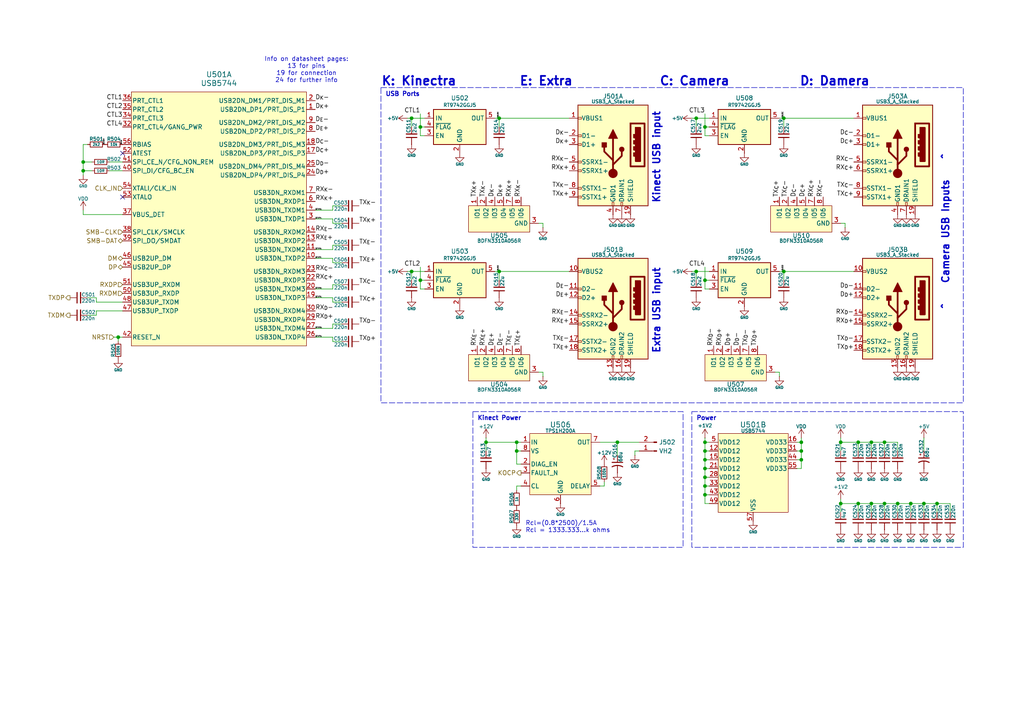
<source format=kicad_sch>
(kicad_sch (version 20250114) (generator "eeschema") (generator_version "9.0")
  (paper "A4")
  (rectangle (start 137.16 119.38) (end 198.12 158.75) (stroke (width 0) (type dash)))
  (rectangle (start 110.49 25.4) (end 279.4 116.84) (stroke (width 0) (type dash)))
  (rectangle (start 200.66 119.38) (end 279.4 158.75) (stroke (width 0) (type dash)))
  (text "Info on datasheet pages:\n13 for pins\n19 for connection\n24 for further info" (at 88.9 20.32 0) (effects (font (size 1.27 1.27))))
  (text "Kinect USB input" (at 189.23 45.72 90) (effects (font (size 2.032 2.032) (thickness 0.4064) (bold yes)) (justify top)))
  (text "Power" (at 201.93 120.65 0) (effects (font (size 1.27 1.27) (thickness 0.254) (bold yes)) (justify left top)))
  (text "^    Camera USB Inputs    ^" (at 273.05 67.31 90) (effects (font (size 2.032 2.032) (thickness 0.4064) (bold yes)) (justify top)))
  (text "Rcl=(0.8*2500)/1.5A\nRcl = 1333.333...k ohms" (at 152.4 151.13 0) (effects (font (size 1.27 1.27)) (justify left top)))
  (text "Kinect Power" (at 138.43 120.65 0) (effects (font (size 1.27 1.27) (thickness 0.254) (bold yes)) (justify left top)))
  (text "Extra USB input" (at 189.23 90.17 90) (effects (font (size 2.032 2.032) (thickness 0.4064) (bold yes)) (justify top)))
  (text "USB Ports" (at 111.76 26.67 0) (effects (font (size 1.27 1.27) (thickness 0.254) (bold yes)) (justify left top)))
  (text "K: Kinectra		E: Extra		C: Camera		D: Damera" (at 110.49 25.146 0) (effects (font (size 2.54 2.54) (thickness 0.508) (bold yes)) (justify left bottom)))
  (junction (at 204.47 36.83))
  (junction (at 248.92 146.05))
  (junction (at 204.47 130.81))
  (junction (at 256.54 146.05))
  (junction (at 119.38 34.29))
  (junction (at 144.78 78.74))
  (junction (at 243.84 128.27))
  (junction (at 204.47 128.27))
  (junction (at 232.41 128.27))
  (junction (at 271.78 146.05))
  (junction (at 149.86 128.27))
  (junction (at 252.73 146.05))
  (junction (at 248.92 128.27))
  (junction (at 204.47 140.97))
  (junction (at 121.92 81.28))
  (junction (at 140.97 128.27))
  (junction (at 267.97 146.05))
  (junction (at 232.41 130.81))
  (junction (at 149.86 130.81))
  (junction (at 260.35 146.05))
  (junction (at 204.47 133.35))
  (junction (at 227.33 34.29))
  (junction (at 121.92 36.83))
  (junction (at 204.47 81.28))
  (junction (at 256.54 128.27))
  (junction (at 204.47 138.43))
  (junction (at 264.16 146.05))
  (junction (at 24.13 49.53))
  (junction (at 232.41 133.35))
  (junction (at 201.93 34.29))
  (junction (at 24.13 46.99))
  (junction (at 144.78 34.29))
  (junction (at 119.38 78.74))
  (junction (at 204.47 135.89))
  (junction (at 34.29 97.79))
  (junction (at 227.33 78.74))
  (junction (at 179.07 128.27))
  (junction (at 252.73 128.27))
  (junction (at 204.47 143.51))
  (junction (at 243.84 146.05))
  (junction (at 201.93 78.74))
  (no_connect (at 35.56 44.45))
  (no_connect (at 35.56 57.15))
  (wire (pts (xy 35.56 62.23) (xy 24.13 62.23)))
  (wire (pts (xy 24.13 62.23) (xy 24.13 60.96)))
  (wire (pts (xy 243.84 128.27) (xy 248.92 128.27)))
  (wire (pts (xy 204.47 133.35) (xy 205.74 133.35)))
  (wire (pts (xy 96.52 97.79) (xy 91.44 97.79)))
  (wire (pts (xy 204.47 83.82) (xy 205.74 83.82)))
  (wire (pts (xy 267.97 146.05) (xy 264.16 146.05)))
  (wire (pts (xy 149.86 128.27) (xy 149.86 130.81)))
  (wire (pts (xy 24.13 46.99) (xy 26.67 46.99)))
  (wire (pts (xy 271.78 146.05) (xy 271.78 148.59)))
  (wire (pts (xy 243.84 64.77) (xy 245.11 64.77)))
  (wire (pts (xy 96.52 93.98) (xy 96.52 95.25)))
  (wire (pts (xy 271.78 146.05) (xy 267.97 146.05)))
  (wire (pts (xy 144.78 78.74) (xy 165.1 78.74)))
  (wire (pts (xy 156.21 64.77) (xy 157.48 64.77)))
  (wire (pts (xy 96.52 86.36) (xy 91.44 86.36)))
  (wire (pts (xy 144.78 34.29) (xy 165.1 34.29)))
  (wire (pts (xy 264.16 146.05) (xy 264.16 148.59)))
  (wire (pts (xy 260.35 146.05) (xy 260.35 148.59)))
  (wire (pts (xy 123.19 81.28) (xy 121.92 81.28)))
  (wire (pts (xy 252.73 128.27) (xy 252.73 130.81)))
  (wire (pts (xy 149.86 130.81) (xy 149.86 134.62)))
  (wire (pts (xy 201.93 34.29) (xy 205.74 34.29)))
  (wire (pts (xy 204.47 143.51) (xy 205.74 143.51)))
  (wire (pts (xy 119.38 78.74) (xy 119.38 81.28)))
  (wire (pts (xy 91.44 60.96) (xy 96.52 60.96)))
  (wire (pts (xy 24.13 49.53) (xy 26.67 49.53)))
  (wire (pts (xy 173.99 140.97) (xy 175.26 140.97)))
  (wire (pts (xy 256.54 146.05) (xy 252.73 146.05)))
  (wire (pts (xy 25.4 91.44) (xy 27.94 91.44)))
  (wire (pts (xy 232.41 133.35) (xy 232.41 130.81)))
  (wire (pts (xy 275.59 148.59) (xy 275.59 146.05)))
  (wire (pts (xy 260.35 130.81) (xy 260.35 128.27)))
  (wire (pts (xy 232.41 128.27) (xy 231.14 128.27)))
  (wire (pts (xy 204.47 81.28) (xy 204.47 83.82)))
  (wire (pts (xy 226.06 78.74) (xy 227.33 78.74)))
  (wire (pts (xy 204.47 130.81) (xy 204.47 133.35)))
  (wire (pts (xy 267.97 127) (xy 267.97 130.81)))
  (wire (pts (xy 25.4 41.91) (xy 24.13 41.91)))
  (wire (pts (xy 144.78 34.29) (xy 144.78 36.83)))
  (wire (pts (xy 204.47 127) (xy 204.47 128.27)))
  (wire (pts (xy 231.14 133.35) (xy 232.41 133.35)))
  (wire (pts (xy 232.41 127) (xy 232.41 128.27)))
  (wire (pts (xy 204.47 135.89) (xy 205.74 135.89)))
  (wire (pts (xy 119.38 34.29) (xy 119.38 36.83)))
  (wire (pts (xy 201.93 78.74) (xy 201.93 81.28)))
  (wire (pts (xy 99.06 76.2) (xy 96.52 76.2)))
  (wire (pts (xy 204.47 128.27) (xy 204.47 130.81)))
  (wire (pts (xy 204.47 146.05) (xy 205.74 146.05)))
  (wire (pts (xy 204.47 77.47) (xy 204.47 81.28)))
  (wire (pts (xy 201.93 78.74) (xy 205.74 78.74)))
  (wire (pts (xy 260.35 128.27) (xy 256.54 128.27)))
  (wire (pts (xy 252.73 146.05) (xy 252.73 148.59)))
  (wire (pts (xy 96.52 64.77) (xy 96.52 63.5)))
  (wire (pts (xy 151.13 140.97) (xy 149.86 140.97)))
  (wire (pts (xy 121.92 33.02) (xy 121.92 36.83)))
  (wire (pts (xy 121.92 39.37) (xy 123.19 39.37)))
  (wire (pts (xy 96.52 76.2) (xy 96.52 74.93)))
  (wire (pts (xy 27.94 90.17) (xy 35.56 90.17)))
  (wire (pts (xy 245.11 64.77) (xy 245.11 66.04)))
  (wire (pts (xy 99.06 82.55) (xy 96.52 82.55)))
  (wire (pts (xy 232.41 130.81) (xy 232.41 128.27)))
  (wire (pts (xy 24.13 41.91) (xy 24.13 46.99)))
  (wire (pts (xy 31.75 49.53) (xy 35.56 49.53)))
  (wire (pts (xy 204.47 128.27) (xy 205.74 128.27)))
  (wire (pts (xy 118.11 78.74) (xy 119.38 78.74)))
  (wire (pts (xy 201.93 34.29) (xy 201.93 36.83)))
  (wire (pts (xy 27.94 91.44) (xy 27.94 90.17)))
  (wire (pts (xy 123.19 36.83) (xy 121.92 36.83)))
  (wire (pts (xy 179.07 128.27) (xy 179.07 132.08)))
  (wire (pts (xy 157.48 64.77) (xy 157.48 66.04)))
  (wire (pts (xy 179.07 128.27) (xy 185.42 128.27)))
  (wire (pts (xy 260.35 146.05) (xy 256.54 146.05)))
  (wire (pts (xy 25.4 86.36) (xy 27.94 86.36)))
  (wire (pts (xy 204.47 39.37) (xy 205.74 39.37)))
  (wire (pts (xy 119.38 34.29) (xy 123.19 34.29)))
  (wire (pts (xy 205.74 81.28) (xy 204.47 81.28)))
  (wire (pts (xy 99.06 64.77) (xy 96.52 64.77)))
  (wire (pts (xy 248.92 128.27) (xy 248.92 130.81)))
  (wire (pts (xy 256.54 128.27) (xy 252.73 128.27)))
  (wire (pts (xy 99.06 99.06) (xy 96.52 99.06)))
  (wire (pts (xy 96.52 59.69) (xy 96.52 60.96)))
  (wire (pts (xy 227.33 34.29) (xy 247.65 34.29)))
  (wire (pts (xy 204.47 140.97) (xy 205.74 140.97)))
  (wire (pts (xy 31.75 46.99) (xy 35.56 46.99)))
  (wire (pts (xy 140.97 127) (xy 140.97 128.27)))
  (wire (pts (xy 243.84 130.81) (xy 243.84 128.27)))
  (wire (pts (xy 99.06 93.98) (xy 96.52 93.98)))
  (wire (pts (xy 91.44 95.25) (xy 96.52 95.25)))
  (wire (pts (xy 256.54 146.05) (xy 256.54 148.59)))
  (wire (pts (xy 226.06 34.29) (xy 227.33 34.29)))
  (wire (pts (xy 156.21 107.95) (xy 157.48 107.95)))
  (wire (pts (xy 96.52 71.12) (xy 96.52 72.39)))
  (wire (pts (xy 252.73 128.27) (xy 248.92 128.27)))
  (wire (pts (xy 204.47 135.89) (xy 204.47 138.43)))
  (wire (pts (xy 91.44 83.82) (xy 96.52 83.82)))
  (wire (pts (xy 243.84 146.05) (xy 243.84 148.59)))
  (wire (pts (xy 200.66 34.29) (xy 201.93 34.29)))
  (wire (pts (xy 227.33 78.74) (xy 227.33 81.28)))
  (wire (pts (xy 121.92 81.28) (xy 121.92 83.82)))
  (wire (pts (xy 121.92 83.82) (xy 123.19 83.82)))
  (wire (pts (xy 34.29 97.79) (xy 34.29 99.06)))
  (wire (pts (xy 24.13 46.99) (xy 24.13 49.53)))
  (wire (pts (xy 243.84 127) (xy 243.84 128.27)))
  (wire (pts (xy 149.86 130.81) (xy 151.13 130.81)))
  (wire (pts (xy 232.41 135.89) (xy 232.41 133.35)))
  (wire (pts (xy 149.86 140.97) (xy 149.86 142.24)))
  (wire (pts (xy 267.97 146.05) (xy 267.97 148.59)))
  (wire (pts (xy 226.06 107.95) (xy 226.06 109.22)))
  (wire (pts (xy 151.13 134.62) (xy 149.86 134.62)))
  (wire (pts (xy 143.51 34.29) (xy 144.78 34.29)))
  (wire (pts (xy 185.42 130.81) (xy 184.15 130.81)))
  (wire (pts (xy 119.38 78.74) (xy 123.19 78.74)))
  (wire (pts (xy 175.26 140.97) (xy 175.26 139.7)))
  (wire (pts (xy 248.92 146.05) (xy 248.92 148.59)))
  (wire (pts (xy 224.79 107.95) (xy 226.06 107.95)))
  (wire (pts (xy 252.73 146.05) (xy 248.92 146.05)))
  (wire (pts (xy 96.52 74.93) (xy 91.44 74.93)))
  (wire (pts (xy 91.44 72.39) (xy 96.52 72.39)))
  (wire (pts (xy 243.84 144.78) (xy 243.84 146.05)))
  (wire (pts (xy 264.16 146.05) (xy 260.35 146.05)))
  (wire (pts (xy 96.52 99.06) (xy 96.52 97.79)))
  (wire (pts (xy 204.47 143.51) (xy 204.47 146.05)))
  (wire (pts (xy 24.13 49.53) (xy 24.13 50.8)))
  (wire (pts (xy 204.47 130.81) (xy 205.74 130.81)))
  (wire (pts (xy 204.47 138.43) (xy 205.74 138.43)))
  (wire (pts (xy 140.97 128.27) (xy 149.86 128.27)))
  (wire (pts (xy 140.97 130.81) (xy 140.97 128.27)))
  (wire (pts (xy 204.47 133.35) (xy 204.47 135.89)))
  (wire (pts (xy 157.48 107.95) (xy 157.48 109.22)))
  (wire (pts (xy 248.92 146.05) (xy 243.84 146.05)))
  (wire (pts (xy 205.74 36.83) (xy 204.47 36.83)))
  (wire (pts (xy 275.59 146.05) (xy 271.78 146.05)))
  (wire (pts (xy 227.33 34.29) (xy 227.33 36.83)))
  (wire (pts (xy 204.47 36.83) (xy 204.47 39.37)))
  (wire (pts (xy 184.15 130.81) (xy 184.15 132.08)))
  (wire (pts (xy 96.52 82.55) (xy 96.52 83.82)))
  (wire (pts (xy 204.47 33.02) (xy 204.47 36.83)))
  (wire (pts (xy 96.52 87.63) (xy 96.52 86.36)))
  (wire (pts (xy 27.94 86.36) (xy 27.94 87.63)))
  (wire (pts (xy 99.06 71.12) (xy 96.52 71.12)))
  (wire (pts (xy 149.86 128.27) (xy 151.13 128.27)))
  (wire (pts (xy 144.78 78.74) (xy 144.78 81.28)))
  (wire (pts (xy 96.52 63.5) (xy 91.44 63.5)))
  (wire (pts (xy 121.92 77.47) (xy 121.92 81.28)))
  (wire (pts (xy 231.14 130.81) (xy 232.41 130.81)))
  (wire (pts (xy 99.06 59.69) (xy 96.52 59.69)))
  (wire (pts (xy 118.11 34.29) (xy 119.38 34.29)))
  (wire (pts (xy 173.99 128.27) (xy 179.07 128.27)))
  (wire (pts (xy 99.06 87.63) (xy 96.52 87.63)))
  (wire (pts (xy 200.66 78.74) (xy 201.93 78.74)))
  (wire (pts (xy 204.47 140.97) (xy 204.47 143.51)))
  (wire (pts (xy 27.94 87.63) (xy 35.56 87.63)))
  (wire (pts (xy 121.92 36.83) (xy 121.92 39.37)))
  (wire (pts (xy 35.56 97.79) (xy 34.29 97.79)))
  (wire (pts (xy 204.47 138.43) (xy 204.47 140.97)))
  (wire (pts (xy 231.14 135.89) (xy 232.41 135.89)))
  (wire (pts (xy 33.02 97.79) (xy 34.29 97.79)))
  (wire (pts (xy 143.51 78.74) (xy 144.78 78.74)))
  (wire (pts (xy 227.33 78.74) (xy 247.65 78.74)))
  (wire (pts (xy 256.54 128.27) (xy 256.54 130.81)))
  (label "TX_{C}+" (at 247.65 57.15 180))
  (label "BIAS" (at 35.56 41.91 90) (effects (font (size 0.381 0.381) (thickness 0.254) (bold yes))))
  (label "D_{C}+" (at 91.44 44.45 0))
  (label "RX_{E}-" (at 138.43 100.33 90))
  (label "RX_{C}+" (at 247.65 49.53 180))
  (label "TX_{E}+" (at 151.13 100.33 90))
  (label "D_{K}+" (at 165.1 41.91 180))
  (label "TX_{K}-" (at 104.14 59.69 0))
  (label "VBUSC" (at 227.33 34.29 90) (effects (font (size 0.381 0.381) (thickness 0.254) (bold yes))))
  (label "TX_{E}-" (at 148.59 100.33 90))
  (label "CTL1" (at 121.92 33.02 180))
  (label "QTXM_{E}" (at 91.44 72.39 0) (effects (font (size 0.381 0.381))))
  (label "D_{E}-" (at 165.1 83.82 180))
  (label "RX_{D}-" (at 247.65 91.44 180))
  (label "D_{K}-" (at 91.44 29.21 0))
  (label "TX_{K}-" (at 165.1 54.61 180))
  (label "TX_{E}-" (at 104.14 71.12 0))
  (label "TX_{D}-" (at 104.14 93.98 0))
  (label "QTXM_{D}" (at 91.44 95.25 0) (effects (font (size 0.381 0.381))))
  (label "TX_{K}-" (at 140.97 57.15 90))
  (label "BIASM" (at 30.48 41.91 90) (effects (font (size 0.381 0.381) (thickness 0.254) (bold yes))))
  (label "QTXP_{K}" (at 91.44 63.5 0) (effects (font (size 0.381 0.381))))
  (label "D_{D}+" (at 247.65 86.36 180))
  (label "D_{D}-" (at 91.44 48.26 0))
  (label "D_{D}-" (at 247.65 83.82 180))
  (label "TX_{D}+" (at 247.65 101.6 180))
  (label "RX_{E}+" (at 140.97 100.33 90))
  (label "D_{E}-" (at 146.05 100.33 90))
  (label "TX_{D}-" (at 247.65 99.06 180))
  (label "D_{D}+" (at 91.44 50.8 0))
  (label "TX_{D}-" (at 217.17 100.33 90))
  (label "RX_{D}+" (at 91.44 92.71 0))
  (label "D_{C}+" (at 247.65 41.91 180))
  (label "TX_{C}+" (at 104.14 87.63 0))
  (label "TX_{C}-" (at 104.14 82.55 0))
  (label "D_{K}+" (at 91.44 31.75 0))
  (label "QTXM_{K}" (at 91.44 60.96 0) (effects (font (size 0.381 0.381))))
  (label "CTL4" (at 204.47 77.47 180))
  (label "TX_{E}+" (at 165.1 101.6 180))
  (label "D_{C}-" (at 231.14 57.15 90))
  (label "D_{C}-" (at 247.65 39.37 180))
  (label "RX_{K}-" (at 151.13 57.15 90))
  (label "VBUSK" (at 144.78 34.29 90) (effects (font (size 0.381 0.381) (thickness 0.254) (bold yes))))
  (label "CTL3" (at 35.56 34.29 180))
  (label "TX_{E}+" (at 104.14 76.2 0))
  (label "QTXP_{C}" (at 91.44 86.36 0) (effects (font (size 0.381 0.381))))
  (label "QTXP_{E}" (at 91.44 74.93 0) (effects (font (size 0.381 0.381))))
  (label "TX_{K}+" (at 104.14 64.77 0))
  (label "RX_{D}-" (at 91.44 90.17 0))
  (label "TX_{K}+" (at 138.43 57.15 90))
  (label "RX_{C}+" (at 91.44 81.28 0))
  (label "CTL2" (at 121.92 77.47 180))
  (label "CTL3" (at 204.47 33.02 180))
  (label "D_{K}+" (at 146.05 57.15 90))
  (label "D_{E}+" (at 143.51 100.33 90))
  (label "QTXM_{C}" (at 91.44 83.82 0) (effects (font (size 0.381 0.381))))
  (label "RX_{K}-" (at 91.44 55.88 0))
  (label "VBUSD" (at 227.33 78.74 90) (effects (font (size 0.381 0.381) (thickness 0.254) (bold yes))))
  (label "D_{D}-" (at 214.63 100.33 90))
  (label "RX_{C}-" (at 91.44 78.74 0))
  (label "RX_{D}+" (at 209.55 100.33 90))
  (label "RX_{D}+" (at 247.65 93.98 180))
  (label "RX_{K}+" (at 91.44 58.42 0))
  (label "TX_{C}-" (at 228.6 57.15 90))
  (label "RX_{K}+" (at 148.59 57.15 90))
  (label "RX_{K}-" (at 165.1 46.99 180))
  (label "TX_{C}-" (at 247.65 54.61 180))
  (label "CTL1" (at 35.56 29.21 180))
  (label "D_{E}+" (at 165.1 86.36 180))
  (label "TX_{C}+" (at 226.06 57.15 90))
  (label "CTL2" (at 35.56 31.75 180))
  (label "RX_{E}-" (at 165.1 91.44 180))
  (label "TX_{D}+" (at 219.71 100.33 90))
  (label "D_{K}-" (at 143.51 57.15 90))
  (label "RX_{C}-" (at 247.65 46.99 180))
  (label "TX_{K}+" (at 165.1 57.15 180))
  (label "D_{D}+" (at 212.09 100.33 90))
  (label "VBUSE" (at 144.78 78.74 90) (effects (font (size 0.381 0.381) (thickness 0.254) (bold yes))))
  (label "TX_{D}+" (at 104.14 99.06 0))
  (label "D_{E}-" (at 91.44 35.56 0))
  (label "QTXP_{D}" (at 91.44 97.79 0) (effects (font (size 0.381 0.381))))
  (label "D_{C}-" (at 91.44 41.91 0))
  (label "D_{K}-" (at 165.1 39.37 180))
  (label "D_{E}+" (at 91.44 38.1 0))
  (label "TX_{E}-" (at 165.1 99.06 180))
  (label "CTL4" (at 35.56 36.83 180))
  (label "D_{C}+" (at 233.68 57.15 90))
  (label "RX_{C}+" (at 236.22 57.15 90))
  (label "RX_{C}-" (at 238.76 57.15 90))
  (label "RX_{E}-" (at 91.44 67.31 0))
  (label "RX_{D}-" (at 207.01 100.33 90))
  (label "RX_{E}+" (at 165.1 93.98 180))
  (label "RX_{K}+" (at 165.1 49.53 180))
  (label "RX_{E}+" (at 91.44 69.85 0))
  (hierarchical_label "DM" (shape bidirectional) (at 35.56 74.93 180))
  (hierarchical_label "RXDM" (shape input) (at 35.56 85.09 180))
  (hierarchical_label "CLK_IN" (shape input) (at 35.56 54.61 180))
  (hierarchical_label "SMB-CLK" (shape input) (at 35.56 67.31 180))
  (hierarchical_label "SMB-DAT" (shape bidirectional) (at 35.56 69.85 180))
  (hierarchical_label "KOCP" (shape output) (at 151.13 137.16 180))
  (hierarchical_label "TXDP" (shape output) (at 20.32 86.36 180))
  (hierarchical_label "DP" (shape bidirectional) (at 35.56 77.47 180))
  (hierarchical_label "RXDP" (shape input) (at 35.56 82.55 180))
  (hierarchical_label "TXDM" (shape output) (at 20.32 91.44 180))
  (hierarchical_label "NRST" (shape input) (at 33.02 97.79 180))
  (symbol (lib_id "power:GND") (at 260.35 106.68 0) (mirror y) (unit 1)
    (property "Reference" "#PWR0551" (effects (hide yes)))
    (property "Value" "GND" (at 260.35 109.855 0) (effects (font (size 0.762 0.762))))
    (property "Description" "Power symbol creates a global label with name \"GND\" , ground" (effects (hide yes)))
    (instances (project "usb_power_board" (path "" (reference "#PWR0551") (unit 1)) (path "" (reference "#PWR0851") (unit 1)) (path "" (reference "#PWR0751") (unit 1)) (path "" (reference "#PWR0651") (unit 1))))
  )
  (symbol (lib_id "power:GND") (at 260.35 135.89 0) (mirror y) (unit 1)
    (property "Reference" "#PWR0552" (effects (hide yes)))
    (property "Value" "GND" (at 260.35 139.065 0) (effects (font (size 0.762 0.762))))
    (property "Description" "Power symbol creates a global label with name \"GND\" , ground" (effects (hide yes)))
    (instances (project "usb_power_board" (path "" (reference "#PWR0552") (unit 1)) (path "" (reference "#PWR0852") (unit 1)) (path "" (reference "#PWR0752") (unit 1)) (path "" (reference "#PWR0652") (unit 1))))
  )
  (symbol (lib_id "power:GND") (at 180.34 106.68 0) (mirror y) (unit 1)
    (property "Reference" "#PWR0523" (effects (hide yes)))
    (property "Value" "GND" (at 180.34 109.855 0) (effects (font (size 0.762 0.762))))
    (property "Description" "Power symbol creates a global label with name \"GND\" , ground" (effects (hide yes)))
    (instances (project "usb_power_board" (path "" (reference "#PWR0523") (unit 1)) (path "" (reference "#PWR0823") (unit 1)) (path "" (reference "#PWR0723") (unit 1)) (path "" (reference "#PWR0623") (unit 1))))
  )
  (symbol (lib_id "power:GND") (at 140.97 135.89 0) (mirror y) (unit 1)
    (property "Reference" "#PWR0511" (effects (hide yes)))
    (property "Value" "GND" (at 140.97 139.065 0) (effects (font (size 0.762 0.762))))
    (property "Description" "Power symbol creates a global label with name \"GND\" , ground" (effects (hide yes)))
    (instances (project "usb_power_board" (path "" (reference "#PWR0511") (unit 1)) (path "" (reference "#PWR0811") (unit 1)) (path "" (reference "#PWR0711") (unit 1)) (path "" (reference "#PWR0611") (unit 1))))
  )
  (symbol (lib_id "Bluesat:C_CompactV") (at 119.38 39.37 0) (unit 1)
    (property "Reference" "C511" (at 118.491 38.608 90) (effects (font (size 1.016 1.016)) (justify left)))
    (property "Value" "2u2" (at 120.269 38.608 90) (effects (font (size 1.016 1.016)) (justify left)))
    (property "Footprint" "Capacitor_SMD:C_0603_1608Metric" (effects (hide yes)))
    (property "Description" "Unpolarized capacitor, compact symbol" (effects (hide yes)))
    (instances (project "usb_power_board" (path "" (reference "C511") (unit 1)) (path "" (reference "C811") (unit 1)) (path "" (reference "C711") (unit 1)) (path "" (reference "C611") (unit 1))))
  )
  (symbol (lib_id "Bluesat:RT9742GGJ5") (at 133.35 36.83 0) (unit 1)
    (property "Reference" "U502" (at 133.35 28.448 0))
    (property "Value" "RT9742GGJ5" (at 133.35 30.48 0) (effects (font (size 1.016 1.016))))
    (property "Footprint" "Package_TO_SOT_SMD:TSOT-23-5" (effects (hide yes)))
    (property "Datasheet" "https://www.lcsc.com/datasheet/C250547.pdf" (effects (hide yes)))
    (property "Description" "USB Positive Overvoltage Protection Controller with Internal PMOS FET and Overcurrent Protection, TSOP-5" (effects (hide yes)))
    (instances (project "usb_power_board" (path "" (reference "U502") (unit 1)) (path "" (reference "U802") (unit 1)) (path "" (reference "U702") (unit 1)) (path "" (reference "U602") (unit 1))))
  )
  (symbol (lib_id "Bluesat:C_CompactV") (at 101.6 99.06 90) (mirror x) (unit 1)
    (property "Reference" "C510" (at 100.838 98.171 90) (effects (font (size 1.016 1.016)) (justify left)))
    (property "Value" "220n" (at 100.838 99.949 90) (effects (font (size 1.016 1.016)) (justify left)))
    (property "Footprint" "Capacitor_SMD:C_0402_1005Metric" (effects (hide yes)))
    (property "Description" "Unpolarized capacitor, compact symbol" (effects (hide yes)))
    (instances (project "usb_power_board" (path "" (reference "C510") (unit 1)) (path "" (reference "C810") (unit 1)) (path "" (reference "C710") (unit 1)) (path "" (reference "C610") (unit 1))))
  )
  (symbol (lib_id "Bluesat:R_CompactV") (at 34.29 101.6 0) (unit 1)
    (property "Reference" "R505" (at 33.401 101.6 90) (effects (font (size 1.016 1.016)) (justify bottom)))
    (property "Value" "100k" (at 34.29 101.6 90) (effects (font (size 0.762 0.762))))
    (property "Footprint" "Resistor_SMD:R_0402_1005Metric" (effects (hide yes)))
    (property "Description" "Resistor, compact symbol" (effects (hide yes)))
    (instances (project "usb_power_board" (path "" (reference "R505") (unit 1)) (path "" (reference "R805") (unit 1)) (path "" (reference "R705") (unit 1)) (path "" (reference "R605") (unit 1))))
  )
  (symbol (lib_id "power:+5V") (at 200.66 78.74 90) (unit 1)
    (property "Reference" "#PWR0528" (effects (hide yes)))
    (property "Value" "+5V" (at 198.12 78.74 90) (effects (font (size 1.016 1.016)) (justify left)))
    (property "Description" "Power symbol creates a global label with name \"+5V\"" (effects (hide yes)))
    (instances (project "usb_power_board" (path "" (reference "#PWR0528") (unit 1)) (path "" (reference "#PWR0828") (unit 1)) (path "" (reference "#PWR0728") (unit 1)) (path "" (reference "#PWR0628") (unit 1))))
  )
  (symbol (lib_id "power:GND") (at 243.84 153.67 0) (mirror y) (unit 1)
    (property "Reference" "#PWR0542" (effects (hide yes)))
    (property "Value" "GND" (at 243.84 156.845 0) (effects (font (size 0.762 0.762))))
    (property "Description" "Power symbol creates a global label with name \"GND\" , ground" (effects (hide yes)))
    (instances (project "usb_power_board" (path "" (reference "#PWR0542") (unit 1)) (path "" (reference "#PWR0842") (unit 1)) (path "" (reference "#PWR0742") (unit 1)) (path "" (reference "#PWR0642") (unit 1))))
  )
  (symbol (lib_id "Bluesat:C_CompactV") (at 101.6 64.77 90) (mirror x) (unit 1)
    (property "Reference" "C504" (at 100.838 63.881 90) (effects (font (size 1.016 1.016)) (justify left)))
    (property "Value" "220n" (at 100.838 65.659 90) (effects (font (size 1.016 1.016)) (justify left)))
    (property "Footprint" "Capacitor_SMD:C_0402_1005Metric" (effects (hide yes)))
    (property "Description" "Unpolarized capacitor, compact symbol" (effects (hide yes)))
    (instances (project "usb_power_board" (path "" (reference "C504") (unit 1)) (path "" (reference "C804") (unit 1)) (path "" (reference "C704") (unit 1)) (path "" (reference "C604") (unit 1))))
  )
  (symbol (lib_id "Bluesat:C_CompactV") (at 22.86 91.44 270) (unit 1)
    (property "Reference" "C502" (at 23.622 90.551 90) (effects (font (size 1.016 1.016)) (justify left)))
    (property "Value" "220n" (at 23.622 92.329 90) (effects (font (size 1.016 1.016)) (justify left)))
    (property "Footprint" "Capacitor_SMD:C_0402_1005Metric" (effects (hide yes)))
    (property "Description" "Unpolarized capacitor, compact symbol" (effects (hide yes)))
    (instances (project "usb_power_board" (path "" (reference "C502") (unit 1)) (path "" (reference "C802") (unit 1)) (path "" (reference "C702") (unit 1)) (path "" (reference "C602") (unit 1))))
  )
  (symbol (lib_id "power:GND") (at 265.43 62.23 0) (mirror y) (unit 1)
    (property "Reference" "#PWR0557" (effects (hide yes)))
    (property "Value" "GND" (at 265.43 65.405 0) (effects (font (size 0.762 0.762))))
    (property "Description" "Power symbol creates a global label with name \"GND\" , ground" (effects (hide yes)))
    (instances (project "usb_power_board" (path "" (reference "#PWR0557") (unit 1)) (path "" (reference "#PWR0857") (unit 1)) (path "" (reference "#PWR0757") (unit 1)) (path "" (reference "#PWR0657") (unit 1))))
  )
  (symbol (lib_id "Bluesat:C_CompactV") (at 227.33 83.82 0) (unit 1)
    (property "Reference" "C520" (at 226.441 83.058 90) (effects (font (size 1.016 1.016)) (justify left)))
    (property "Value" "22u" (at 228.219 83.058 90) (effects (font (size 1.016 1.016)) (justify left)))
    (property "Footprint" "Capacitor_SMD:C_1210_3225Metric" (effects (hide yes)))
    (property "Description" "Unpolarized capacitor, compact symbol" (effects (hide yes)))
    (instances (project "usb_power_board" (path "" (reference "C520") (unit 1)) (path "" (reference "C820") (unit 1)) (path "" (reference "C720") (unit 1)) (path "" (reference "C620") (unit 1))))
  )
  (symbol (lib_id "Bluesat:C_CompactV") (at 264.16 151.13 0) (unit 1)
    (property "Reference" "C531" (at 263.271 150.368 90) (effects (font (size 1.016 1.016)) (justify left)))
    (property "Value" "220n" (at 265.049 150.368 90) (effects (font (size 1.016 1.016)) (justify left)))
    (property "Footprint" "Capacitor_SMD:C_0402_1005Metric" (effects (hide yes)))
    (property "Description" "Unpolarized capacitor, compact symbol" (effects (hide yes)))
    (instances (project "usb_power_board" (path "" (reference "C531") (unit 1)) (path "" (reference "C831") (unit 1)) (path "" (reference "C731") (unit 1)) (path "" (reference "C631") (unit 1))))
  )
  (symbol (lib_id "power:GND") (at 227.33 86.36 0) (mirror y) (unit 1)
    (property "Reference" "#PWR0537" (effects (hide yes)))
    (property "Value" "GND" (at 227.33 89.535 0) (effects (font (size 0.762 0.762))))
    (property "Description" "Power symbol creates a global label with name \"GND\" , ground" (effects (hide yes)))
    (instances (project "usb_power_board" (path "" (reference "#PWR0537") (unit 1)) (path "" (reference "#PWR0837") (unit 1)) (path "" (reference "#PWR0737") (unit 1)) (path "" (reference "#PWR0637") (unit 1))))
  )
  (symbol (lib_id "Device:C_Polarized_Small_US") (at 267.97 133.35 0) (unit 1)
    (property "Reference" "C532" (at 267.208 131.572 90) (effects (font (size 1.016 1.016)) (justify left)))
    (property "Value" "68u" (at 268.859 132.715 90) (effects (font (size 1.016 1.016)) (justify left)))
    (property "Footprint" "Capacitor_SMD:CP_Elec_6.3x7.7" (effects (hide yes)))
    (property "Description" "Polarized capacitor, small US symbol" (effects (hide yes)))
    (instances (project "usb_power_board" (path "" (reference "C532") (unit 1)) (path "" (reference "C832") (unit 1)) (path "" (reference "C732") (unit 1)) (path "" (reference "C632") (unit 1))))
  )
  (symbol (lib_id "Bluesat:C_CompactV") (at 101.6 93.98 90) (mirror x) (unit 1)
    (property "Reference" "C509" (at 100.838 93.091 90) (effects (font (size 1.016 1.016)) (justify left)))
    (property "Value" "220n" (at 100.838 94.869 90) (effects (font (size 1.016 1.016)) (justify left)))
    (property "Footprint" "Capacitor_SMD:C_0402_1005Metric" (effects (hide yes)))
    (property "Description" "Unpolarized capacitor, compact symbol" (effects (hide yes)))
    (instances (project "usb_power_board" (path "" (reference "C509") (unit 1)) (path "" (reference "C809") (unit 1)) (path "" (reference "C709") (unit 1)) (path "" (reference "C609") (unit 1))))
  )
  (symbol (lib_id "power:GND") (at 226.06 109.22 0) (mirror y) (unit 1)
    (property "Reference" "#PWR0535" (effects (hide yes)))
    (property "Value" "GND" (at 226.06 112.395 0) (effects (font (size 0.762 0.762))))
    (property "Description" "Power symbol creates a global label with name \"GND\" , ground" (effects (hide yes)))
    (instances (project "usb_power_board" (path "" (reference "#PWR0535") (unit 1)) (path "" (reference "#PWR0835") (unit 1)) (path "" (reference "#PWR0735") (unit 1)) (path "" (reference "#PWR0635") (unit 1))))
  )
  (symbol (lib_id "power:GND") (at 179.07 137.16 0) (mirror y) (unit 1)
    (property "Reference" "#PWR0521" (effects (hide yes)))
    (property "Value" "GND" (at 179.07 140.335 0) (effects (font (size 0.762 0.762))))
    (property "Description" "Power symbol creates a global label with name \"GND\" , ground" (effects (hide yes)))
    (instances (project "usb_power_board" (path "" (reference "#PWR0521") (unit 1)) (path "" (reference "#PWR0821") (unit 1)) (path "" (reference "#PWR0721") (unit 1)) (path "" (reference "#PWR0621") (unit 1))))
  )
  (symbol (lib_id "Connector:Conn_01x02_Pin") (at 190.5 130.81 180) (unit 1)
    (property "Reference" "J502" (at 191.135 128.27 0) (effects (justify right)))
    (property "Value" "VH2" (at 191.135 130.81 0) (effects (justify right)))
    (property "Footprint" "Connector_JST:JST_VH_B2P-VH-B_1x02_P3.96mm_Vertical" (effects (hide yes)))
    (property "Description" "Generic connector, single row, 01x02, script generated" (effects (hide yes)))
    (instances (project "usb_power_board" (path "" (reference "J502") (unit 1)) (path "" (reference "J802") (unit 1)) (path "" (reference "J702") (unit 1)) (path "" (reference "J602") (unit 1))))
  )
  (symbol (lib_id "power:GND") (at 144.78 86.36 0) (mirror y) (unit 1)
    (property "Reference" "#PWR0513" (effects (hide yes)))
    (property "Value" "GND" (at 144.78 89.535 0) (effects (font (size 0.762 0.762))))
    (property "Description" "Power symbol creates a global label with name \"GND\" , ground" (effects (hide yes)))
    (instances (project "usb_power_board" (path "" (reference "#PWR0513") (unit 1)) (path "" (reference "#PWR0813") (unit 1)) (path "" (reference "#PWR0713") (unit 1)) (path "" (reference "#PWR0613") (unit 1))))
  )
  (symbol (lib_id "power:GND") (at 243.84 135.89 0) (mirror y) (unit 1)
    (property "Reference" "#PWR0540" (effects (hide yes)))
    (property "Value" "GND" (at 243.84 139.065 0) (effects (font (size 0.762 0.762))))
    (property "Description" "Power symbol creates a global label with name \"GND\" , ground" (effects (hide yes)))
    (instances (project "usb_power_board" (path "" (reference "#PWR0540") (unit 1)) (path "" (reference "#PWR0840") (unit 1)) (path "" (reference "#PWR0740") (unit 1)) (path "" (reference "#PWR0640") (unit 1))))
  )
  (symbol (lib_id "Bluesat:BDFN3310A056R") (at 232.41 59.69 0) (unit 1)
    (property "Reference" "U510" (at 232.41 68.326 0))
    (property "Value" "BDFN3310A056R" (at 232.41 69.85 0) (effects (font (size 1.016 1.016))))
    (property "Footprint" "Bluesat:UDFN8_3P3X1_517CB_ONS" (effects (hide yes)))
    (instances (project "usb_power_board" (path "" (reference "U510") (unit 1)) (path "" (reference "U810") (unit 1)) (path "" (reference "U710") (unit 1)) (path "" (reference "U610") (unit 1))))
  )
  (symbol (lib_id "Bluesat:C_CompactV") (at 271.78 151.13 0) (unit 1)
    (property "Reference" "C534" (at 270.891 150.368 90) (effects (font (size 1.016 1.016)) (justify left)))
    (property "Value" "220n" (at 272.669 150.368 90) (effects (font (size 1.016 1.016)) (justify left)))
    (property "Footprint" "Capacitor_SMD:C_0402_1005Metric" (effects (hide yes)))
    (property "Description" "Unpolarized capacitor, compact symbol" (effects (hide yes)))
    (instances (project "usb_power_board" (path "" (reference "C534") (unit 1)) (path "" (reference "C834") (unit 1)) (path "" (reference "C734") (unit 1)) (path "" (reference "C634") (unit 1))))
  )
  (symbol (lib_id "Bluesat:C_CompactV") (at 260.35 151.13 0) (unit 1)
    (property "Reference" "C530" (at 259.461 150.368 90) (effects (font (size 1.016 1.016)) (justify left)))
    (property "Value" "220n" (at 261.239 150.368 90) (effects (font (size 1.016 1.016)) (justify left)))
    (property "Footprint" "Capacitor_SMD:C_0402_1005Metric" (effects (hide yes)))
    (property "Description" "Unpolarized capacitor, compact symbol" (effects (hide yes)))
    (instances (project "usb_power_board" (path "" (reference "C530") (unit 1)) (path "" (reference "C830") (unit 1)) (path "" (reference "C730") (unit 1)) (path "" (reference "C630") (unit 1))))
  )
  (symbol (lib_id "power:GND") (at 248.92 135.89 0) (mirror y) (unit 1)
    (property "Reference" "#PWR0544" (effects (hide yes)))
    (property "Value" "GND" (at 248.92 139.065 0) (effects (font (size 0.762 0.762))))
    (property "Description" "Power symbol creates a global label with name \"GND\" , ground" (effects (hide yes)))
    (instances (project "usb_power_board" (path "" (reference "#PWR0544") (unit 1)) (path "" (reference "#PWR0844") (unit 1)) (path "" (reference "#PWR0744") (unit 1)) (path "" (reference "#PWR0644") (unit 1))))
  )
  (symbol (lib_id "power:GND") (at 119.38 86.36 0) (mirror y) (unit 1)
    (property "Reference" "#PWR0507" (effects (hide yes)))
    (property "Value" "GND" (at 119.38 89.535 0) (effects (font (size 0.762 0.762))))
    (property "Description" "Power symbol creates a global label with name \"GND\" , ground" (effects (hide yes)))
    (instances (project "usb_power_board" (path "" (reference "#PWR0507") (unit 1)) (path "" (reference "#PWR0807") (unit 1)) (path "" (reference "#PWR0707") (unit 1)) (path "" (reference "#PWR0607") (unit 1))))
  )
  (symbol (lib_id "power:+1V2") (at 204.47 127 0) (unit 1)
    (property "Reference" "#PWR0531" (effects (hide yes)))
    (property "Value" "+1V2" (at 204.47 123.444 0) (effects (font (size 1.016 1.016))))
    (property "Description" "Power symbol creates a global label with name \"+1V2\"" (effects (hide yes)))
    (instances (project "usb_power_board" (path "" (reference "#PWR0531") (unit 1)) (path "" (reference "#PWR0831") (unit 1)) (path "" (reference "#PWR0731") (unit 1)) (path "" (reference "#PWR0631") (unit 1))))
  )
  (symbol (lib_id "power:+5V") (at 118.11 34.29 90) (unit 1)
    (property "Reference" "#PWR0504" (effects (hide yes)))
    (property "Value" "+5V" (at 115.57 34.29 90) (effects (font (size 1.016 1.016)) (justify left)))
    (property "Description" "Power symbol creates a global label with name \"+5V\"" (effects (hide yes)))
    (instances (project "usb_power_board" (path "" (reference "#PWR0504") (unit 1)) (path "" (reference "#PWR0804") (unit 1)) (path "" (reference "#PWR0704") (unit 1)) (path "" (reference "#PWR0604") (unit 1))))
  )
  (symbol (lib_id "Bluesat:R_CompactH") (at 29.21 46.99 0) (unit 1)
    (property "Reference" "R502" (at 30.988 46.736 0) (effects (font (size 1.016 1.016)) (justify left bottom)))
    (property "Value" "10R" (at 29.21 46.99 0) (effects (font (size 0.762 0.762))))
    (property "Footprint" "Resistor_SMD:R_0402_1005Metric" (effects (hide yes)))
    (property "Description" "Resistor, compact symbol" (effects (hide yes)))
    (instances (project "usb_power_board" (path "" (reference "R502") (unit 1)) (path "" (reference "R802") (unit 1)) (path "" (reference "R702") (unit 1)) (path "" (reference "R602") (unit 1))))
  )
  (symbol (lib_id "Bluesat:R_CompactH") (at 27.94 41.91 0) (unit 1)
    (property "Reference" "R501" (at 25.908 40.894 0) (effects (font (size 1.016 1.016)) (justify left bottom)))
    (property "Value" "2k2" (at 27.94 41.91 0) (effects (font (size 0.762 0.762))))
    (property "Footprint" "Resistor_SMD:R_0402_1005Metric" (effects (hide yes)))
    (property "Description" "Resistor, compact symbol" (effects (hide yes)))
    (instances (project "usb_power_board" (path "" (reference "R501") (unit 1)) (path "" (reference "R801") (unit 1)) (path "" (reference "R701") (unit 1)) (path "" (reference "R601") (unit 1))))
  )
  (symbol (lib_id "power:GND") (at 149.86 152.4 0) (mirror y) (unit 1)
    (property "Reference" "#PWR0514" (effects (hide yes)))
    (property "Value" "GND" (at 149.86 155.575 0) (effects (font (size 0.762 0.762))))
    (property "Description" "Power symbol creates a global label with name \"GND\" , ground" (effects (hide yes)))
    (instances (project "usb_power_board" (path "" (reference "#PWR0514") (unit 1)) (path "" (reference "#PWR0814") (unit 1)) (path "" (reference "#PWR0714") (unit 1)) (path "" (reference "#PWR0614") (unit 1))))
  )
  (symbol (lib_id "Bluesat:C_CompactV") (at 256.54 151.13 0) (unit 1)
    (property "Reference" "C528" (at 255.651 150.368 90) (effects (font (size 1.016 1.016)) (justify left)))
    (property "Value" "220n" (at 257.429 150.368 90) (effects (font (size 1.016 1.016)) (justify left)))
    (property "Footprint" "Capacitor_SMD:C_0402_1005Metric" (effects (hide yes)))
    (property "Description" "Unpolarized capacitor, compact symbol" (effects (hide yes)))
    (instances (project "usb_power_board" (path "" (reference "C528") (unit 1)) (path "" (reference "C828") (unit 1)) (path "" (reference "C728") (unit 1)) (path "" (reference "C628") (unit 1))))
  )
  (symbol (lib_id "power:VDD") (at 232.41 127 0) (unit 1)
    (property "Reference" "#PWR0538" (effects (hide yes)))
    (property "Value" "VDD" (at 232.41 123.698 0) (effects (font (size 1.016 1.016))))
    (property "Description" "Power symbol creates a global label with name \"VDD\"" (effects (hide yes)))
    (instances (project "usb_power_board" (path "" (reference "#PWR0538") (unit 1)) (path "" (reference "#PWR0838") (unit 1)) (path "" (reference "#PWR0738") (unit 1)) (path "" (reference "#PWR0638") (unit 1))))
  )
  (symbol (lib_id "Bluesat:R_CompactH") (at 33.02 41.91 0) (unit 1)
    (property "Reference" "R504" (at 30.988 40.894 0) (effects (font (size 1.016 1.016)) (justify left bottom)))
    (property "Value" "10k" (at 33.02 41.91 0) (effects (font (size 0.762 0.762))))
    (property "Footprint" "Resistor_SMD:R_0402_1005Metric" (effects (hide yes)))
    (property "Description" "Resistor, compact symbol" (effects (hide yes)))
    (instances (project "usb_power_board" (path "" (reference "R504") (unit 1)) (path "" (reference "R804") (unit 1)) (path "" (reference "R704") (unit 1)) (path "" (reference "R604") (unit 1))))
  )
  (symbol (lib_id "Connector:USB3_A_Stacked") (at 260.35 44.45 0) (mirror y) (unit 1)
    (property "Reference" "J503" (at 260.35 27.94 0))
    (property "Value" "USB3_A_Stacked" (at 260.35 29.464 0) (effects (font (size 1.016 1.016))))
    (property "Footprint" "Connector_USB:USB3_A_Molex_48406-0001_Horizontal_Stacked" (effects (hide yes)))
    (property "Description" "USB 3.0 A connector, stacked" (effects (hide yes)))
    (instances (project "" (path "" (reference "J503") (unit 1)) (path "" (reference "J803") (unit 1)) (path "" (reference "J703") (unit 1)) (path "" (reference "J603") (unit 1))))
  )
  (symbol (lib_id "Bluesat:C_CompactV") (at 275.59 151.13 0) (unit 1)
    (property "Reference" "C535" (at 274.701 150.368 90) (effects (font (size 1.016 1.016)) (justify left)))
    (property "Value" "220n" (at 276.479 150.368 90) (effects (font (size 1.016 1.016)) (justify left)))
    (property "Footprint" "Capacitor_SMD:C_0402_1005Metric" (effects (hide yes)))
    (property "Description" "Unpolarized capacitor, compact symbol" (effects (hide yes)))
    (instances (project "usb_power_board" (path "" (reference "C535") (unit 1)) (path "" (reference "C835") (unit 1)) (path "" (reference "C735") (unit 1)) (path "" (reference "C635") (unit 1))))
  )
  (symbol (lib_id "power:GND") (at 182.88 106.68 0) (mirror y) (unit 1)
    (property "Reference" "#PWR0525" (effects (hide yes)))
    (property "Value" "GND" (at 182.88 109.855 0) (effects (font (size 0.762 0.762))))
    (property "Description" "Power symbol creates a global label with name \"GND\" , ground" (effects (hide yes)))
    (instances (project "usb_power_board" (path "" (reference "#PWR0525") (unit 1)) (path "" (reference "#PWR0825") (unit 1)) (path "" (reference "#PWR0725") (unit 1)) (path "" (reference "#PWR0625") (unit 1))))
  )
  (symbol (lib_id "Bluesat:C_CompactV") (at 243.84 133.35 0) (unit 1)
    (property "Reference" "C521" (at 242.951 132.588 90) (effects (font (size 1.016 1.016)) (justify left)))
    (property "Value" "4u7" (at 244.729 132.588 90) (effects (font (size 1.016 1.016)) (justify left)))
    (property "Footprint" "Capacitor_SMD:C_0805_2012Metric" (effects (hide yes)))
    (property "Description" "Unpolarized capacitor, compact symbol" (effects (hide yes)))
    (instances (project "usb_power_board" (path "" (reference "C521") (unit 1)) (path "" (reference "C821") (unit 1)) (path "" (reference "C721") (unit 1)) (path "" (reference "C621") (unit 1))))
  )
  (symbol (lib_id "Bluesat:C_CompactV") (at 227.33 39.37 0) (unit 1)
    (property "Reference" "C519" (at 226.441 38.608 90) (effects (font (size 1.016 1.016)) (justify left)))
    (property "Value" "22u" (at 228.219 38.608 90) (effects (font (size 1.016 1.016)) (justify left)))
    (property "Footprint" "Capacitor_SMD:C_1210_3225Metric" (effects (hide yes)))
    (property "Description" "Unpolarized capacitor, compact symbol" (effects (hide yes)))
    (instances (project "usb_power_board" (path "" (reference "C519") (unit 1)) (path "" (reference "C819") (unit 1)) (path "" (reference "C719") (unit 1)) (path "" (reference "C619") (unit 1))))
  )
  (symbol (lib_id "power:GND") (at 248.92 153.67 0) (mirror y) (unit 1)
    (property "Reference" "#PWR0545" (effects (hide yes)))
    (property "Value" "GND" (at 248.92 156.845 0) (effects (font (size 0.762 0.762))))
    (property "Description" "Power symbol creates a global label with name \"GND\" , ground" (effects (hide yes)))
    (instances (project "usb_power_board" (path "" (reference "#PWR0545") (unit 1)) (path "" (reference "#PWR0845") (unit 1)) (path "" (reference "#PWR0745") (unit 1)) (path "" (reference "#PWR0645") (unit 1))))
  )
  (symbol (lib_id "power:GND") (at 201.93 41.91 0) (mirror y) (unit 1)
    (property "Reference" "#PWR0529" (effects (hide yes)))
    (property "Value" "GND" (at 201.93 45.085 0) (effects (font (size 0.762 0.762))))
    (property "Description" "Power symbol creates a global label with name \"GND\" , ground" (effects (hide yes)))
    (instances (project "usb_power_board" (path "" (reference "#PWR0529") (unit 1)) (path "" (reference "#PWR0829") (unit 1)) (path "" (reference "#PWR0729") (unit 1)) (path "" (reference "#PWR0629") (unit 1))))
  )
  (symbol (lib_id "power:GND") (at 267.97 153.67 0) (mirror y) (unit 1)
    (property "Reference" "#PWR0561" (effects (hide yes)))
    (property "Value" "GND" (at 267.97 156.845 0) (effects (font (size 0.762 0.762))))
    (property "Description" "Power symbol creates a global label with name \"GND\" , ground" (effects (hide yes)))
    (instances (project "usb_power_board" (path "" (reference "#PWR0561") (unit 1)) (path "" (reference "#PWR0861") (unit 1)) (path "" (reference "#PWR0761") (unit 1)) (path "" (reference "#PWR0661") (unit 1))))
  )
  (symbol (lib_id "power:GND") (at 265.43 106.68 0) (mirror y) (unit 1)
    (property "Reference" "#PWR0558" (effects (hide yes)))
    (property "Value" "GND" (at 265.43 109.855 0) (effects (font (size 0.762 0.762))))
    (property "Description" "Power symbol creates a global label with name \"GND\" , ground" (effects (hide yes)))
    (instances (project "usb_power_board" (path "" (reference "#PWR0558") (unit 1)) (path "" (reference "#PWR0858") (unit 1)) (path "" (reference "#PWR0758") (unit 1)) (path "" (reference "#PWR0658") (unit 1))))
  )
  (symbol (lib_id "Bluesat:C_CompactV") (at 144.78 83.82 0) (unit 1)
    (property "Reference" "C515" (at 143.891 83.058 90) (effects (font (size 1.016 1.016)) (justify left)))
    (property "Value" "22u" (at 145.669 83.058 90) (effects (font (size 1.016 1.016)) (justify left)))
    (property "Footprint" "Capacitor_SMD:C_1210_3225Metric" (effects (hide yes)))
    (property "Description" "Unpolarized capacitor, compact symbol" (effects (hide yes)))
    (instances (project "usb_power_board" (path "" (reference "C515") (unit 1)) (path "" (reference "C815") (unit 1)) (path "" (reference "C715") (unit 1)) (path "" (reference "C615") (unit 1))))
  )
  (symbol (lib_id "power:+5V") (at 267.97 127 0) (unit 1)
    (property "Reference" "#PWR0559" (effects (hide yes)))
    (property "Value" "+5V" (at 267.97 123.698 0) (effects (font (size 1.016 1.016))))
    (property "Description" "Power symbol creates a global label with name \"+5V\"" (effects (hide yes)))
    (instances (project "usb_power_board" (path "" (reference "#PWR0559") (unit 1)) (path "" (reference "#PWR0859") (unit 1)) (path "" (reference "#PWR0759") (unit 1)) (path "" (reference "#PWR0659") (unit 1))))
  )
  (symbol (lib_id "power:GND") (at 252.73 153.67 0) (mirror y) (unit 1)
    (property "Reference" "#PWR0547" (effects (hide yes)))
    (property "Value" "GND" (at 252.73 156.845 0) (effects (font (size 0.762 0.762))))
    (property "Description" "Power symbol creates a global label with name \"GND\" , ground" (effects (hide yes)))
    (instances (project "usb_power_board" (path "" (reference "#PWR0547") (unit 1)) (path "" (reference "#PWR0847") (unit 1)) (path "" (reference "#PWR0747") (unit 1)) (path "" (reference "#PWR0647") (unit 1))))
  )
  (symbol (lib_id "Connector:USB3_A_Stacked") (at 260.35 88.9 0) (mirror y) (unit 2)
    (property "Reference" "J503" (at 260.35 72.39 0))
    (property "Value" "USB3_A_Stacked" (at 260.35 73.914 0) (effects (font (size 1.016 1.016))))
    (property "Footprint" "Connector_USB:USB3_A_Molex_48406-0001_Horizontal_Stacked" (effects (hide yes)))
    (property "Description" "USB 3.0 A connector, stacked" (effects (hide yes)))
    (instances (project "" (path "" (reference "J503") (unit 2)) (path "" (reference "J803") (unit 2)) (path "" (reference "J703") (unit 2)) (path "" (reference "J603") (unit 2))))
  )
  (symbol (lib_id "power:GND") (at 182.88 62.23 0) (mirror y) (unit 1)
    (property "Reference" "#PWR0524" (effects (hide yes)))
    (property "Value" "GND" (at 182.88 65.405 0) (effects (font (size 0.762 0.762))))
    (property "Description" "Power symbol creates a global label with name \"GND\" , ground" (effects (hide yes)))
    (instances (project "usb_power_board" (path "" (reference "#PWR0524") (unit 1)) (path "" (reference "#PWR0824") (unit 1)) (path "" (reference "#PWR0724") (unit 1)) (path "" (reference "#PWR0624") (unit 1))))
  )
  (symbol (lib_id "power:GND") (at 260.35 62.23 0) (mirror y) (unit 1)
    (property "Reference" "#PWR0550" (effects (hide yes)))
    (property "Value" "GND" (at 260.35 65.405 0) (effects (font (size 0.762 0.762))))
    (property "Description" "Power symbol creates a global label with name \"GND\" , ground" (effects (hide yes)))
    (instances (project "usb_power_board" (path "" (reference "#PWR0550") (unit 1)) (path "" (reference "#PWR0850") (unit 1)) (path "" (reference "#PWR0750") (unit 1)) (path "" (reference "#PWR0650") (unit 1))))
  )
  (symbol (lib_id "power:GND") (at 264.16 153.67 0) (mirror y) (unit 1)
    (property "Reference" "#PWR0556" (effects (hide yes)))
    (property "Value" "GND" (at 264.16 156.845 0) (effects (font (size 0.762 0.762))))
    (property "Description" "Power symbol creates a global label with name \"GND\" , ground" (effects (hide yes)))
    (instances (project "usb_power_board" (path "" (reference "#PWR0556") (unit 1)) (path "" (reference "#PWR0856") (unit 1)) (path "" (reference "#PWR0756") (unit 1)) (path "" (reference "#PWR0656") (unit 1))))
  )
  (symbol (lib_id "Bluesat:R_CompactV") (at 149.86 149.86 0) (unit 1)
    (property "Reference" "R507" (at 148.971 149.86 90) (effects (font (size 1.016 1.016)) (justify bottom)))
    (property "Value" "330" (at 149.86 149.86 90) (effects (font (size 0.762 0.762))))
    (property "Footprint" "Resistor_SMD:R_0402_1005Metric" (effects (hide yes)))
    (property "Description" "Resistor, compact symbol" (effects (hide yes)))
    (instances (project "usb_power_board" (path "" (reference "R507") (unit 1)) (path "" (reference "R807") (unit 1)) (path "" (reference "R707") (unit 1)) (path "" (reference "R607") (unit 1))))
  )
  (symbol (lib_id "power:GND") (at 256.54 135.89 0) (mirror y) (unit 1)
    (property "Reference" "#PWR0548" (effects (hide yes)))
    (property "Value" "GND" (at 256.54 139.065 0) (effects (font (size 0.762 0.762))))
    (property "Description" "Power symbol creates a global label with name \"GND\" , ground" (effects (hide yes)))
    (instances (project "usb_power_board" (path "" (reference "#PWR0548") (unit 1)) (path "" (reference "#PWR0848") (unit 1)) (path "" (reference "#PWR0748") (unit 1)) (path "" (reference "#PWR0648") (unit 1))))
  )
  (symbol (lib_id "power:GND") (at 133.35 88.9 0) (mirror y) (unit 1)
    (property "Reference" "#PWR0509" (effects (hide yes)))
    (property "Value" "GND" (at 133.35 92.075 0) (effects (font (size 0.762 0.762))))
    (property "Description" "Power symbol creates a global label with name \"GND\" , ground" (effects (hide yes)))
    (instances (project "usb_power_board" (path "" (reference "#PWR0509") (unit 1)) (path "" (reference "#PWR0809") (unit 1)) (path "" (reference "#PWR0709") (unit 1)) (path "" (reference "#PWR0609") (unit 1))))
  )
  (symbol (lib_id "power:GND") (at 24.13 50.8 0) (mirror y) (unit 1)
    (property "Reference" "#PWR0501" (effects (hide yes)))
    (property "Value" "GND" (at 24.13 53.975 0) (effects (font (size 0.762 0.762))))
    (property "Description" "Power symbol creates a global label with name \"GND\" , ground" (effects (hide yes)))
    (instances (project "usb_power_board" (path "" (reference "#PWR0501") (unit 1)) (path "" (reference "#PWR0801") (unit 1)) (path "" (reference "#PWR0701") (unit 1)) (path "" (reference "#PWR0601") (unit 1))))
  )
  (symbol (lib_id "power:GND") (at 184.15 132.08 0) (mirror y) (unit 1)
    (property "Reference" "#PWR0526" (effects (hide yes)))
    (property "Value" "GND" (at 184.15 135.255 0) (effects (font (size 0.762 0.762))))
    (property "Description" "Power symbol creates a global label with name \"GND\" , ground" (effects (hide yes)))
    (instances (project "usb_power_board" (path "" (reference "#PWR0526") (unit 1)) (path "" (reference "#PWR0826") (unit 1)) (path "" (reference "#PWR0726") (unit 1)) (path "" (reference "#PWR0626") (unit 1))))
  )
  (symbol (lib_id "power:+12V") (at 175.26 134.62 0) (unit 1)
    (property "Reference" "#PWR0518" (effects (hide yes)))
    (property "Value" "+12V" (at 175.26 131.318 0) (effects (font (size 1.016 1.016))))
    (property "Description" "Power symbol creates a global label with name \"+12V\"" (effects (hide yes)))
    (instances (project "usb_power_board" (path "" (reference "#PWR0518") (unit 1)) (path "" (reference "#PWR0818") (unit 1)) (path "" (reference "#PWR0718") (unit 1)) (path "" (reference "#PWR0618") (unit 1))))
  )
  (symbol (lib_id "power:VDD") (at 243.84 127 0) (unit 1)
    (property "Reference" "#PWR0539" (effects (hide yes)))
    (property "Value" "VDD" (at 243.84 123.698 0) (effects (font (size 1.016 1.016))))
    (property "Description" "Power symbol creates a global label with name \"VDD\"" (effects (hide yes)))
    (instances (project "usb_power_board" (path "" (reference "#PWR0539") (unit 1)) (path "" (reference "#PWR0839") (unit 1)) (path "" (reference "#PWR0739") (unit 1)) (path "" (reference "#PWR0639") (unit 1))))
  )
  (symbol (lib_id "Bluesat:C_CompactV") (at 248.92 133.35 0) (unit 1)
    (property "Reference" "C523" (at 248.031 132.588 90) (effects (font (size 1.016 1.016)) (justify left)))
    (property "Value" "220n" (at 249.809 132.588 90) (effects (font (size 1.016 1.016)) (justify left)))
    (property "Footprint" "Capacitor_SMD:C_0402_1005Metric" (effects (hide yes)))
    (property "Description" "Unpolarized capacitor, compact symbol" (effects (hide yes)))
    (instances (project "usb_power_board" (path "" (reference "C523") (unit 1)) (path "" (reference "C823") (unit 1)) (path "" (reference "C723") (unit 1)) (path "" (reference "C623") (unit 1))))
  )
  (symbol (lib_id "power:GND") (at 177.8 106.68 0) (mirror y) (unit 1)
    (property "Reference" "#PWR0520" (effects (hide yes)))
    (property "Value" "GND" (at 177.8 109.855 0) (effects (font (size 0.762 0.762))))
    (property "Description" "Power symbol creates a global label with name \"GND\" , ground" (effects (hide yes)))
    (instances (project "usb_power_board" (path "" (reference "#PWR0520") (unit 1)) (path "" (reference "#PWR0820") (unit 1)) (path "" (reference "#PWR0720") (unit 1)) (path "" (reference "#PWR0620") (unit 1))))
  )
  (symbol (lib_id "Bluesat:RT9742GGJ5") (at 133.35 81.28 0) (unit 1)
    (property "Reference" "U503" (at 133.35 72.898 0))
    (property "Value" "RT9742GGJ5" (at 133.35 74.93 0) (effects (font (size 1.016 1.016))))
    (property "Footprint" "Package_TO_SOT_SMD:TSOT-23-5" (effects (hide yes)))
    (property "Datasheet" "https://www.lcsc.com/datasheet/C250547.pdf" (effects (hide yes)))
    (property "Description" "USB Positive Overvoltage Protection Controller with Internal PMOS FET and Overcurrent Protection, TSOP-5" (effects (hide yes)))
    (instances (project "usb_power_board" (path "" (reference "U503") (unit 1)) (path "" (reference "U803") (unit 1)) (path "" (reference "U703") (unit 1)) (path "" (reference "U603") (unit 1))))
  )
  (symbol (lib_id "Device:C_Polarized_Small_US") (at 179.07 134.62 0) (unit 1)
    (property "Reference" "C516" (at 178.308 132.842 90) (effects (font (size 1.016 1.016)) (justify left)))
    (property "Value" "68u" (at 179.959 133.985 90) (effects (font (size 1.016 1.016)) (justify left)))
    (property "Footprint" "Capacitor_SMD:CP_Elec_6.3x7.7" (effects (hide yes)))
    (property "Description" "Polarized capacitor, small US symbol" (effects (hide yes)))
    (instances (project "usb_power_board" (path "" (reference "C516") (unit 1)) (path "" (reference "C816") (unit 1)) (path "" (reference "C716") (unit 1)) (path "" (reference "C616") (unit 1))))
  )
  (symbol (lib_id "Bluesat:C_CompactV") (at 140.97 133.35 0) (unit 1)
    (property "Reference" "C513" (at 140.081 132.588 90) (effects (font (size 1.016 1.016)) (justify left)))
    (property "Value" "4u7" (at 141.859 132.588 90) (effects (font (size 1.016 1.016)) (justify left)))
    (property "Footprint" "Capacitor_SMD:C_1206_3216Metric" (effects (hide yes)))
    (property "Description" "Unpolarized capacitor, compact symbol" (effects (hide yes)))
    (instances (project "usb_power_board" (path "" (reference "C513") (unit 1)) (path "" (reference "C813") (unit 1)) (path "" (reference "C713") (unit 1)) (path "" (reference "C613") (unit 1))))
  )
  (symbol (lib_id "power:GND") (at 275.59 153.67 0) (mirror y) (unit 1)
    (property "Reference" "#PWR0563" (effects (hide yes)))
    (property "Value" "GND" (at 275.59 156.845 0) (effects (font (size 0.762 0.762))))
    (property "Description" "Power symbol creates a global label with name \"GND\" , ground" (effects (hide yes)))
    (instances (project "usb_power_board" (path "" (reference "#PWR0563") (unit 1)) (path "" (reference "#PWR0863") (unit 1)) (path "" (reference "#PWR0763") (unit 1)) (path "" (reference "#PWR0663") (unit 1))))
  )
  (symbol (lib_id "Bluesat:USB5744") (at 218.44 125.73 0) (unit 2)
    (property "Reference" "U501" (at 218.44 123.19 0) (effects (font (size 1.524 1.524))))
    (property "Value" "USB5744" (at 218.44 124.968 0) (effects (font (size 1.016 1.016))))
    (property "Footprint" "Bluesat:QFN-56-1EP_7x7mm_P0.4mm_EP4x4mm" (effects (hide yes)))
    (property "Datasheet" "USB5744/2GX01" (effects (hide yes)))
    (instances (project "" (path "" (reference "U501") (unit 2)) (path "" (reference "U801") (unit 2)) (path "" (reference "U701") (unit 2)) (path "" (reference "U601") (unit 2))))
  )
  (symbol (lib_id "power:GND") (at 157.48 109.22 0) (mirror y) (unit 1)
    (property "Reference" "#PWR0515" (effects (hide yes)))
    (property "Value" "GND" (at 157.48 112.395 0) (effects (font (size 0.762 0.762))))
    (property "Description" "Power symbol creates a global label with name \"GND\" , ground" (effects (hide yes)))
    (instances (project "usb_power_board" (path "" (reference "#PWR0515") (unit 1)) (path "" (reference "#PWR0815") (unit 1)) (path "" (reference "#PWR0715") (unit 1)) (path "" (reference "#PWR0615") (unit 1))))
  )
  (symbol (lib_id "Bluesat:C_CompactV") (at 101.6 87.63 90) (mirror x) (unit 1)
    (property "Reference" "C508" (at 100.838 86.741 90) (effects (font (size 1.016 1.016)) (justify left)))
    (property "Value" "220n" (at 100.838 88.519 90) (effects (font (size 1.016 1.016)) (justify left)))
    (property "Footprint" "Capacitor_SMD:C_0402_1005Metric" (effects (hide yes)))
    (property "Description" "Unpolarized capacitor, compact symbol" (effects (hide yes)))
    (instances (project "usb_power_board" (path "" (reference "C508") (unit 1)) (path "" (reference "C808") (unit 1)) (path "" (reference "C708") (unit 1)) (path "" (reference "C608") (unit 1))))
  )
  (symbol (lib_id "power:GND") (at 201.93 86.36 0) (mirror y) (unit 1)
    (property "Reference" "#PWR0530" (effects (hide yes)))
    (property "Value" "GND" (at 201.93 89.535 0) (effects (font (size 0.762 0.762))))
    (property "Description" "Power symbol creates a global label with name \"GND\" , ground" (effects (hide yes)))
    (instances (project "usb_power_board" (path "" (reference "#PWR0530") (unit 1)) (path "" (reference "#PWR0830") (unit 1)) (path "" (reference "#PWR0730") (unit 1)) (path "" (reference "#PWR0630") (unit 1))))
  )
  (symbol (lib_id "Connector:USB3_A_Stacked") (at 177.8 88.9 0) (mirror y) (unit 2)
    (property "Reference" "J501" (at 177.8 72.39 0))
    (property "Value" "USB3_A_Stacked" (at 177.8 73.914 0) (effects (font (size 1.016 1.016))))
    (property "Footprint" "Connector_USB:USB3_A_Molex_48406-0001_Horizontal_Stacked" (effects (hide yes)))
    (property "Description" "USB 3.0 A connector, stacked" (effects (hide yes)))
    (instances (project "usb_power_board" (path "" (reference "J501") (unit 2)) (path "" (reference "J801") (unit 2)) (path "" (reference "J701") (unit 2)) (path "" (reference "J601") (unit 2))))
  )
  (symbol (lib_id "power:+5V") (at 118.11 78.74 90) (unit 1)
    (property "Reference" "#PWR0505" (effects (hide yes)))
    (property "Value" "+5V" (at 115.57 78.74 90) (effects (font (size 1.016 1.016)) (justify left)))
    (property "Description" "Power symbol creates a global label with name \"+5V\"" (effects (hide yes)))
    (instances (project "usb_power_board" (path "" (reference "#PWR0505") (unit 1)) (path "" (reference "#PWR0805") (unit 1)) (path "" (reference "#PWR0705") (unit 1)) (path "" (reference "#PWR0605") (unit 1))))
  )
  (symbol (lib_id "Connector:USB3_A_Stacked") (at 177.8 44.45 0) (mirror y) (unit 1)
    (property "Reference" "J501" (at 177.8 27.94 0))
    (property "Value" "USB3_A_Stacked" (at 177.8 29.464 0) (effects (font (size 1.016 1.016))))
    (property "Footprint" "Connector_USB:USB3_A_Molex_48406-0001_Horizontal_Stacked" (effects (hide yes)))
    (property "Description" "USB 3.0 A connector, stacked" (effects (hide yes)))
    (instances (project "usb_power_board" (path "" (reference "J501") (unit 1)) (path "" (reference "J801") (unit 1)) (path "" (reference "J701") (unit 1)) (path "" (reference "J601") (unit 1))))
  )
  (symbol (lib_id "power:+1V2") (at 243.84 144.78 0) (unit 1)
    (property "Reference" "#PWR0541" (effects (hide yes)))
    (property "Value" "+1V2" (at 243.84 141.224 0) (effects (font (size 1.016 1.016))))
    (property "Description" "Power symbol creates a global label with name \"+1V2\"" (effects (hide yes)))
    (instances (project "usb_power_board" (path "" (reference "#PWR0541") (unit 1)) (path "" (reference "#PWR0841") (unit 1)) (path "" (reference "#PWR0741") (unit 1)) (path "" (reference "#PWR0641") (unit 1))))
  )
  (symbol (lib_id "power:GND") (at 162.56 146.05 0) (mirror y) (unit 1)
    (property "Reference" "#PWR0516" (effects (hide yes)))
    (property "Value" "GND" (at 162.56 149.225 0) (effects (font (size 0.762 0.762))))
    (property "Description" "Power symbol creates a global label with name \"GND\" , ground" (effects (hide yes)))
    (instances (project "usb_power_board" (path "" (reference "#PWR0516") (unit 1)) (path "" (reference "#PWR0816") (unit 1)) (path "" (reference "#PWR0716") (unit 1)) (path "" (reference "#PWR0616") (unit 1))))
  )
  (symbol (lib_id "Bluesat:USB5744") (at 63.5 26.67 0) (unit 1)
    (property "Reference" "U501" (at 63.5 21.59 0) (effects (font (size 1.524 1.524))))
    (property "Value" "USB5744" (at 63.5 24.13 0) (effects (font (size 1.524 1.524))))
    (property "Footprint" "Bluesat:QFN-56-1EP_7x7mm_P0.4mm_EP4x4mm" (effects (hide yes)))
    (property "Datasheet" "USB5744/2GX01" (effects (hide yes)))
    (instances (project "" (path "" (reference "U501") (unit 1)) (path "" (reference "U801") (unit 1)) (path "" (reference "U701") (unit 1)) (path "" (reference "U601") (unit 1))))
  )
  (symbol (lib_id "Bluesat:TPS1H200A") (at 162.56 134.62 0) (unit 1)
    (property "Reference" "U506" (at 162.56 123.19 0) (effects (font (size 1.524 1.524))))
    (property "Value" "TPS1H200A" (at 162.56 124.968 0) (effects (font (size 1.016 1.016))))
    (property "Footprint" "Package_SO:HVSSOP-8-1EP_3x3mm_P0.65mm_EP1.57x1.89mm" (effects (hide yes)))
    (property "Datasheet" "https://www.ti.com/lit/gpn/tps1h200a-q1" (effects (hide yes)))
    (instances (project "" (path "" (reference "U506") (unit 1)) (path "" (reference "U806") (unit 1)) (path "" (reference "U706") (unit 1)) (path "" (reference "U606") (unit 1))))
  )
  (symbol (lib_id "Bluesat:C_CompactV") (at 101.6 59.69 90) (mirror x) (unit 1)
    (property "Reference" "C503" (at 100.838 58.801 90) (effects (font (size 1.016 1.016)) (justify left)))
    (property "Value" "220n" (at 100.838 60.579 90) (effects (font (size 1.016 1.016)) (justify left)))
    (property "Footprint" "Capacitor_SMD:C_0402_1005Metric" (effects (hide yes)))
    (property "Description" "Unpolarized capacitor, compact symbol" (effects (hide yes)))
    (instances (project "usb_power_board" (path "" (reference "C503") (unit 1)) (path "" (reference "C803") (unit 1)) (path "" (reference "C703") (unit 1)) (path "" (reference "C603") (unit 1))))
  )
  (symbol (lib_id "power:GND") (at 267.97 135.89 0) (mirror y) (unit 1)
    (property "Reference" "#PWR0560" (effects (hide yes)))
    (property "Value" "GND" (at 267.97 139.065 0) (effects (font (size 0.762 0.762))))
    (property "Description" "Power symbol creates a global label with name \"GND\" , ground" (effects (hide yes)))
    (instances (project "usb_power_board" (path "" (reference "#PWR0560") (unit 1)) (path "" (reference "#PWR0860") (unit 1)) (path "" (reference "#PWR0760") (unit 1)) (path "" (reference "#PWR0660") (unit 1))))
  )
  (symbol (lib_id "Bluesat:C_CompactV") (at 252.73 133.35 0) (unit 1)
    (property "Reference" "C525" (at 251.841 132.588 90) (effects (font (size 1.016 1.016)) (justify left)))
    (property "Value" "220n" (at 253.619 132.588 90) (effects (font (size 1.016 1.016)) (justify left)))
    (property "Footprint" "Capacitor_SMD:C_0402_1005Metric" (effects (hide yes)))
    (property "Description" "Unpolarized capacitor, compact symbol" (effects (hide yes)))
    (instances (project "usb_power_board" (path "" (reference "C525") (unit 1)) (path "" (reference "C825") (unit 1)) (path "" (reference "C725") (unit 1)) (path "" (reference "C625") (unit 1))))
  )
  (symbol (lib_id "Bluesat:C_CompactV") (at 252.73 151.13 0) (unit 1)
    (property "Reference" "C526" (at 251.841 150.368 90) (effects (font (size 1.016 1.016)) (justify left)))
    (property "Value" "220n" (at 253.619 150.368 90) (effects (font (size 1.016 1.016)) (justify left)))
    (property "Footprint" "Capacitor_SMD:C_0402_1005Metric" (effects (hide yes)))
    (property "Description" "Unpolarized capacitor, compact symbol" (effects (hide yes)))
    (instances (project "usb_power_board" (path "" (reference "C526") (unit 1)) (path "" (reference "C826") (unit 1)) (path "" (reference "C726") (unit 1)) (path "" (reference "C626") (unit 1))))
  )
  (symbol (lib_id "power:GND") (at 119.38 41.91 0) (mirror y) (unit 1)
    (property "Reference" "#PWR0506" (effects (hide yes)))
    (property "Value" "GND" (at 119.38 45.085 0) (effects (font (size 0.762 0.762))))
    (property "Description" "Power symbol creates a global label with name \"GND\" , ground" (effects (hide yes)))
    (instances (project "usb_power_board" (path "" (reference "#PWR0506") (unit 1)) (path "" (reference "#PWR0806") (unit 1)) (path "" (reference "#PWR0706") (unit 1)) (path "" (reference "#PWR0606") (unit 1))))
  )
  (symbol (lib_id "power:GND") (at 215.9 44.45 0) (mirror y) (unit 1)
    (property "Reference" "#PWR0532" (effects (hide yes)))
    (property "Value" "GND" (at 215.9 47.625 0) (effects (font (size 0.762 0.762))))
    (property "Description" "Power symbol creates a global label with name \"GND\" , ground" (effects (hide yes)))
    (instances (project "usb_power_board" (path "" (reference "#PWR0532") (unit 1)) (path "" (reference "#PWR0832") (unit 1)) (path "" (reference "#PWR0732") (unit 1)) (path "" (reference "#PWR0632") (unit 1))))
  )
  (symbol (lib_id "power:GND") (at 157.48 66.04 0) (mirror y) (unit 1)
    (property "Reference" "#PWR0517" (effects (hide yes)))
    (property "Value" "GND" (at 157.48 69.215 0) (effects (font (size 0.762 0.762))))
    (property "Description" "Power symbol creates a global label with name \"GND\" , ground" (effects (hide yes)))
    (instances (project "usb_power_board" (path "" (reference "#PWR0517") (unit 1)) (path "" (reference "#PWR0817") (unit 1)) (path "" (reference "#PWR0717") (unit 1)) (path "" (reference "#PWR0617") (unit 1))))
  )
  (symbol (lib_id "Bluesat:C_CompactV") (at 248.92 151.13 0) (unit 1)
    (property "Reference" "C524" (at 248.031 150.368 90) (effects (font (size 1.016 1.016)) (justify left)))
    (property "Value" "220n" (at 249.809 150.368 90) (effects (font (size 1.016 1.016)) (justify left)))
    (property "Footprint" "Capacitor_SMD:C_0402_1005Metric" (effects (hide yes)))
    (property "Description" "Unpolarized capacitor, compact symbol" (effects (hide yes)))
    (instances (project "usb_power_board" (path "" (reference "C524") (unit 1)) (path "" (reference "C824") (unit 1)) (path "" (reference "C724") (unit 1)) (path "" (reference "C624") (unit 1))))
  )
  (symbol (lib_id "power:GND") (at 256.54 153.67 0) (mirror y) (unit 1)
    (property "Reference" "#PWR0549" (effects (hide yes)))
    (property "Value" "GND" (at 256.54 156.845 0) (effects (font (size 0.762 0.762))))
    (property "Description" "Power symbol creates a global label with name \"GND\" , ground" (effects (hide yes)))
    (instances (project "usb_power_board" (path "" (reference "#PWR0549") (unit 1)) (path "" (reference "#PWR0849") (unit 1)) (path "" (reference "#PWR0749") (unit 1)) (path "" (reference "#PWR0649") (unit 1))))
  )
  (symbol (lib_id "Bluesat:R_CompactV") (at 149.86 144.78 0) (unit 1)
    (property "Reference" "R506" (at 148.971 144.78 90) (effects (font (size 1.016 1.016)) (justify bottom)))
    (property "Value" "1k" (at 149.86 144.78 90) (effects (font (size 0.762 0.762))))
    (property "Footprint" "Resistor_SMD:R_0402_1005Metric" (effects (hide yes)))
    (property "Description" "Resistor, compact symbol" (effects (hide yes)))
    (instances (project "usb_power_board" (path "" (reference "R506") (unit 1)) (path "" (reference "R806") (unit 1)) (path "" (reference "R706") (unit 1)) (path "" (reference "R606") (unit 1))))
  )
  (symbol (lib_id "power:GND") (at 245.11 66.04 0) (mirror y) (unit 1)
    (property "Reference" "#PWR0543" (effects (hide yes)))
    (property "Value" "GND" (at 245.11 69.215 0) (effects (font (size 0.762 0.762))))
    (property "Description" "Power symbol creates a global label with name \"GND\" , ground" (effects (hide yes)))
    (instances (project "usb_power_board" (path "" (reference "#PWR0543") (unit 1)) (path "" (reference "#PWR0843") (unit 1)) (path "" (reference "#PWR0743") (unit 1)) (path "" (reference "#PWR0643") (unit 1))))
  )
  (symbol (lib_id "power:GND") (at 34.29 104.14 0) (mirror y) (unit 1)
    (property "Reference" "#PWR0503" (effects (hide yes)))
    (property "Value" "GND" (at 34.29 107.315 0) (effects (font (size 0.762 0.762))))
    (property "Description" "Power symbol creates a global label with name \"GND\" , ground" (effects (hide yes)))
    (instances (project "usb_power_board" (path "" (reference "#PWR0503") (unit 1)) (path "" (reference "#PWR0803") (unit 1)) (path "" (reference "#PWR0703") (unit 1)) (path "" (reference "#PWR0603") (unit 1))))
  )
  (symbol (lib_id "power:GND") (at 144.78 41.91 0) (mirror y) (unit 1)
    (property "Reference" "#PWR0512" (effects (hide yes)))
    (property "Value" "GND" (at 144.78 45.085 0) (effects (font (size 0.762 0.762))))
    (property "Description" "Power symbol creates a global label with name \"GND\" , ground" (effects (hide yes)))
    (instances (project "usb_power_board" (path "" (reference "#PWR0512") (unit 1)) (path "" (reference "#PWR0812") (unit 1)) (path "" (reference "#PWR0712") (unit 1)) (path "" (reference "#PWR0612") (unit 1))))
  )
  (symbol (lib_id "power:VDD") (at 24.13 60.96 0) (unit 1)
    (property "Reference" "#PWR0502" (effects (hide yes)))
    (property "Value" "VDD" (at 24.13 57.658 0) (effects (font (size 1.016 1.016))))
    (property "Description" "Power symbol creates a global label with name \"VDD\"" (effects (hide yes)))
    (instances (project "usb_power_board" (path "" (reference "#PWR0502") (unit 1)) (path "" (reference "#PWR0802") (unit 1)) (path "" (reference "#PWR0702") (unit 1)) (path "" (reference "#PWR0602") (unit 1))))
  )
  (symbol (lib_id "Bluesat:C_CompactV") (at 243.84 151.13 0) (unit 1)
    (property "Reference" "C522" (at 242.951 150.368 90) (effects (font (size 1.016 1.016)) (justify left)))
    (property "Value" "4u7" (at 244.729 150.368 90) (effects (font (size 1.016 1.016)) (justify left)))
    (property "Footprint" "Capacitor_SMD:C_0805_2012Metric" (effects (hide yes)))
    (property "Description" "Unpolarized capacitor, compact symbol" (effects (hide yes)))
    (instances (project "usb_power_board" (path "" (reference "C522") (unit 1)) (path "" (reference "C822") (unit 1)) (path "" (reference "C722") (unit 1)) (path "" (reference "C622") (unit 1))))
  )
  (symbol (lib_id "Bluesat:C_CompactV") (at 101.6 82.55 90) (mirror x) (unit 1)
    (property "Reference" "C507" (at 100.838 81.661 90) (effects (font (size 1.016 1.016)) (justify left)))
    (property "Value" "220n" (at 100.838 83.439 90) (effects (font (size 1.016 1.016)) (justify left)))
    (property "Footprint" "Capacitor_SMD:C_0402_1005Metric" (effects (hide yes)))
    (property "Description" "Unpolarized capacitor, compact symbol" (effects (hide yes)))
    (instances (project "usb_power_board" (path "" (reference "C507") (unit 1)) (path "" (reference "C807") (unit 1)) (path "" (reference "C707") (unit 1)) (path "" (reference "C607") (unit 1))))
  )
  (symbol (lib_id "power:GND") (at 260.35 153.67 0) (mirror y) (unit 1)
    (property "Reference" "#PWR0553" (effects (hide yes)))
    (property "Value" "GND" (at 260.35 156.845 0) (effects (font (size 0.762 0.762))))
    (property "Description" "Power symbol creates a global label with name \"GND\" , ground" (effects (hide yes)))
    (instances (project "usb_power_board" (path "" (reference "#PWR0553") (unit 1)) (path "" (reference "#PWR0853") (unit 1)) (path "" (reference "#PWR0753") (unit 1)) (path "" (reference "#PWR0653") (unit 1))))
  )
  (symbol (lib_id "Bluesat:C_CompactV") (at 22.86 86.36 270) (unit 1)
    (property "Reference" "C501" (at 23.622 85.471 90) (effects (font (size 1.016 1.016)) (justify left)))
    (property "Value" "220n" (at 23.622 87.249 90) (effects (font (size 1.016 1.016)) (justify left)))
    (property "Footprint" "Capacitor_SMD:C_0402_1005Metric" (effects (hide yes)))
    (property "Description" "Unpolarized capacitor, compact symbol" (effects (hide yes)))
    (instances (project "usb_power_board" (path "" (reference "C501") (unit 1)) (path "" (reference "C801") (unit 1)) (path "" (reference "C701") (unit 1)) (path "" (reference "C601") (unit 1))))
  )
  (symbol (lib_id "power:GND") (at 262.89 106.68 0) (mirror y) (unit 1)
    (property "Reference" "#PWR0555" (effects (hide yes)))
    (property "Value" "GND" (at 262.89 109.855 0) (effects (font (size 0.762 0.762))))
    (property "Description" "Power symbol creates a global label with name \"GND\" , ground" (effects (hide yes)))
    (instances (project "usb_power_board" (path "" (reference "#PWR0555") (unit 1)) (path "" (reference "#PWR0855") (unit 1)) (path "" (reference "#PWR0755") (unit 1)) (path "" (reference "#PWR0655") (unit 1))))
  )
  (symbol (lib_id "Bluesat:C_CompactV") (at 267.97 151.13 0) (unit 1)
    (property "Reference" "C533" (at 267.081 150.368 90) (effects (font (size 1.016 1.016)) (justify left)))
    (property "Value" "220n" (at 268.859 150.368 90) (effects (font (size 1.016 1.016)) (justify left)))
    (property "Footprint" "Capacitor_SMD:C_0402_1005Metric" (effects (hide yes)))
    (property "Description" "Unpolarized capacitor, compact symbol" (effects (hide yes)))
    (instances (project "usb_power_board" (path "" (reference "C533") (unit 1)) (path "" (reference "C833") (unit 1)) (path "" (reference "C733") (unit 1)) (path "" (reference "C633") (unit 1))))
  )
  (symbol (lib_id "Bluesat:BDFN3310A056R") (at 144.78 102.87 0) (unit 1)
    (property "Reference" "U504" (at 144.78 111.506 0))
    (property "Value" "BDFN3310A056R" (at 144.78 113.03 0) (effects (font (size 1.016 1.016))))
    (property "Footprint" "Bluesat:UDFN8_3P3X1_517CB_ONS" (effects (hide yes)))
    (instances (project "usb_power_board" (path "" (reference "U504") (unit 1)) (path "" (reference "U804") (unit 1)) (path "" (reference "U704") (unit 1)) (path "" (reference "U604") (unit 1))))
  )
  (symbol (lib_id "Bluesat:BDFN3310A056R") (at 213.36 102.87 0) (unit 1)
    (property "Reference" "U507" (at 213.36 111.506 0))
    (property "Value" "BDFN3310A056R" (at 213.36 113.03 0) (effects (font (size 1.016 1.016))))
    (property "Footprint" "Bluesat:UDFN8_3P3X1_517CB_ONS" (effects (hide yes)))
    (instances (project "usb_power_board" (path "" (reference "U507") (unit 1)) (path "" (reference "U807") (unit 1)) (path "" (reference "U707") (unit 1)) (path "" (reference "U607") (unit 1))))
  )
  (symbol (lib_id "Bluesat:R_CompactV") (at 175.26 137.16 0) (unit 1)
    (property "Reference" "R508" (at 174.371 137.16 90) (effects (font (size 1.016 1.016)) (justify bottom)))
    (property "Value" "100k" (at 175.26 137.16 90) (effects (font (size 0.762 0.762))))
    (property "Footprint" "Resistor_SMD:R_0402_1005Metric" (effects (hide yes)))
    (property "Description" "Resistor, compact symbol" (effects (hide yes)))
    (instances (project "usb_power_board" (path "" (reference "R508") (unit 1)) (path "" (reference "R808") (unit 1)) (path "" (reference "R708") (unit 1)) (path "" (reference "R608") (unit 1))))
  )
  (symbol (lib_id "Bluesat:C_CompactV") (at 101.6 71.12 90) (mirror x) (unit 1)
    (property "Reference" "C505" (at 100.838 70.231 90) (effects (font (size 1.016 1.016)) (justify left)))
    (property "Value" "220n" (at 100.838 72.009 90) (effects (font (size 1.016 1.016)) (justify left)))
    (property "Footprint" "Capacitor_SMD:C_0402_1005Metric" (effects (hide yes)))
    (property "Description" "Unpolarized capacitor, compact symbol" (effects (hide yes)))
    (instances (project "usb_power_board" (path "" (reference "C505") (unit 1)) (path "" (reference "C805") (unit 1)) (path "" (reference "C705") (unit 1)) (path "" (reference "C605") (unit 1))))
  )
  (symbol (lib_id "Bluesat:RT9742GGJ5") (at 215.9 81.28 0) (unit 1)
    (property "Reference" "U509" (at 215.9 72.898 0))
    (property "Value" "RT9742GGJ5" (at 215.9 74.93 0) (effects (font (size 1.016 1.016))))
    (property "Footprint" "Package_TO_SOT_SMD:TSOT-23-5" (effects (hide yes)))
    (property "Datasheet" "https://www.lcsc.com/datasheet/C250547.pdf" (effects (hide yes)))
    (property "Description" "USB Positive Overvoltage Protection Controller with Internal PMOS FET and Overcurrent Protection, TSOP-5" (effects (hide yes)))
    (instances (project "usb_power_board" (path "" (reference "U509") (unit 1)) (path "" (reference "U809") (unit 1)) (path "" (reference "U709") (unit 1)) (path "" (reference "U609") (unit 1))))
  )
  (symbol (lib_id "Bluesat:BDFN3310A056R") (at 144.78 59.69 0) (unit 1)
    (property "Reference" "U505" (at 144.78 68.326 0))
    (property "Value" "BDFN3310A056R" (at 144.78 69.85 0) (effects (font (size 1.016 1.016))))
    (property "Footprint" "Bluesat:UDFN8_3P3X1_517CB_ONS" (effects (hide yes)))
    (instances (project "usb_power_board" (path "" (reference "U505") (unit 1)) (path "" (reference "U805") (unit 1)) (path "" (reference "U705") (unit 1)) (path "" (reference "U605") (unit 1))))
  )
  (symbol (lib_id "power:GND") (at 271.78 153.67 0) (mirror y) (unit 1)
    (property "Reference" "#PWR0562" (effects (hide yes)))
    (property "Value" "GND" (at 271.78 156.845 0) (effects (font (size 0.762 0.762))))
    (property "Description" "Power symbol creates a global label with name \"GND\" , ground" (effects (hide yes)))
    (instances (project "usb_power_board" (path "" (reference "#PWR0562") (unit 1)) (path "" (reference "#PWR0862") (unit 1)) (path "" (reference "#PWR0762") (unit 1)) (path "" (reference "#PWR0662") (unit 1))))
  )
  (symbol (lib_id "power:GND") (at 180.34 62.23 0) (mirror y) (unit 1)
    (property "Reference" "#PWR0522" (effects (hide yes)))
    (property "Value" "GND" (at 180.34 65.405 0) (effects (font (size 0.762 0.762))))
    (property "Description" "Power symbol creates a global label with name \"GND\" , ground" (effects (hide yes)))
    (instances (project "usb_power_board" (path "" (reference "#PWR0522") (unit 1)) (path "" (reference "#PWR0822") (unit 1)) (path "" (reference "#PWR0722") (unit 1)) (path "" (reference "#PWR0622") (unit 1))))
  )
  (symbol (lib_id "power:GND") (at 252.73 135.89 0) (mirror y) (unit 1)
    (property "Reference" "#PWR0546" (effects (hide yes)))
    (property "Value" "GND" (at 252.73 139.065 0) (effects (font (size 0.762 0.762))))
    (property "Description" "Power symbol creates a global label with name \"GND\" , ground" (effects (hide yes)))
    (instances (project "usb_power_board" (path "" (reference "#PWR0546") (unit 1)) (path "" (reference "#PWR0846") (unit 1)) (path "" (reference "#PWR0746") (unit 1)) (path "" (reference "#PWR0646") (unit 1))))
  )
  (symbol (lib_id "Bluesat:C_CompactV") (at 201.93 83.82 0) (unit 1)
    (property "Reference" "C518" (at 201.041 83.058 90) (effects (font (size 1.016 1.016)) (justify left)))
    (property "Value" "2u2" (at 202.819 83.058 90) (effects (font (size 1.016 1.016)) (justify left)))
    (property "Footprint" "Capacitor_SMD:C_0603_1608Metric" (effects (hide yes)))
    (property "Description" "Unpolarized capacitor, compact symbol" (effects (hide yes)))
    (instances (project "usb_power_board" (path "" (reference "C518") (unit 1)) (path "" (reference "C818") (unit 1)) (path "" (reference "C718") (unit 1)) (path "" (reference "C618") (unit 1))))
  )
  (symbol (lib_id "Bluesat:C_CompactV") (at 144.78 39.37 0) (unit 1)
    (property "Reference" "C514" (at 143.891 38.608 90) (effects (font (size 1.016 1.016)) (justify left)))
    (property "Value" "22u" (at 145.669 38.608 90) (effects (font (size 1.016 1.016)) (justify left)))
    (property "Footprint" "Capacitor_SMD:C_1210_3225Metric" (effects (hide yes)))
    (property "Description" "Unpolarized capacitor, compact symbol" (effects (hide yes)))
    (instances (project "usb_power_board" (path "" (reference "C514") (unit 1)) (path "" (reference "C814") (unit 1)) (path "" (reference "C714") (unit 1)) (path "" (reference "C614") (unit 1))))
  )
  (symbol (lib_id "power:GND") (at 218.44 151.13 0) (mirror y) (unit 1)
    (property "Reference" "#PWR0534" (effects (hide yes)))
    (property "Value" "GND" (at 218.44 154.305 0) (effects (font (size 0.762 0.762))))
    (property "Description" "Power symbol creates a global label with name \"GND\" , ground" (effects (hide yes)))
    (instances (project "usb_power_board" (path "" (reference "#PWR0534") (unit 1)) (path "" (reference "#PWR0834") (unit 1)) (path "" (reference "#PWR0734") (unit 1)) (path "" (reference "#PWR0634") (unit 1))))
  )
  (symbol (lib_id "Bluesat:C_CompactV") (at 256.54 133.35 0) (unit 1)
    (property "Reference" "C527" (at 255.651 132.588 90) (effects (font (size 1.016 1.016)) (justify left)))
    (property "Value" "220n" (at 257.429 132.588 90) (effects (font (size 1.016 1.016)) (justify left)))
    (property "Footprint" "Capacitor_SMD:C_0402_1005Metric" (effects (hide yes)))
    (property "Description" "Unpolarized capacitor, compact symbol" (effects (hide yes)))
    (instances (project "usb_power_board" (path "" (reference "C527") (unit 1)) (path "" (reference "C827") (unit 1)) (path "" (reference "C727") (unit 1)) (path "" (reference "C627") (unit 1))))
  )
  (symbol (lib_id "power:GND") (at 177.8 62.23 0) (mirror y) (unit 1)
    (property "Reference" "#PWR0519" (effects (hide yes)))
    (property "Value" "GND" (at 177.8 65.405 0) (effects (font (size 0.762 0.762))))
    (property "Description" "Power symbol creates a global label with name \"GND\" , ground" (effects (hide yes)))
    (instances (project "usb_power_board" (path "" (reference "#PWR0519") (unit 1)) (path "" (reference "#PWR0819") (unit 1)) (path "" (reference "#PWR0719") (unit 1)) (path "" (reference "#PWR0619") (unit 1))))
  )
  (symbol (lib_id "Bluesat:R_CompactH") (at 29.21 49.53 0) (unit 1)
    (property "Reference" "R503" (at 30.988 49.276 0) (effects (font (size 1.016 1.016)) (justify left bottom)))
    (property "Value" "10R" (at 29.21 49.53 0) (effects (font (size 0.762 0.762))))
    (property "Footprint" "Resistor_SMD:R_0402_1005Metric" (effects (hide yes)))
    (property "Description" "Resistor, compact symbol" (effects (hide yes)))
    (instances (project "usb_power_board" (path "" (reference "R503") (unit 1)) (path "" (reference "R803") (unit 1)) (path "" (reference "R703") (unit 1)) (path "" (reference "R603") (unit 1))))
  )
  (symbol (lib_id "power:GND") (at 133.35 44.45 0) (mirror y) (unit 1)
    (property "Reference" "#PWR0508" (effects (hide yes)))
    (property "Value" "GND" (at 133.35 47.625 0) (effects (font (size 0.762 0.762))))
    (property "Description" "Power symbol creates a global label with name \"GND\" , ground" (effects (hide yes)))
    (instances (project "usb_power_board" (path "" (reference "#PWR0508") (unit 1)) (path "" (reference "#PWR0808") (unit 1)) (path "" (reference "#PWR0708") (unit 1)) (path "" (reference "#PWR0608") (unit 1))))
  )
  (symbol (lib_id "Bluesat:C_CompactV") (at 201.93 39.37 0) (unit 1)
    (property "Reference" "C517" (at 201.041 38.608 90) (effects (font (size 1.016 1.016)) (justify left)))
    (property "Value" "2u2" (at 202.819 38.608 90) (effects (font (size 1.016 1.016)) (justify left)))
    (property "Footprint" "Capacitor_SMD:C_0603_1608Metric" (effects (hide yes)))
    (property "Description" "Unpolarized capacitor, compact symbol" (effects (hide yes)))
    (instances (project "usb_power_board" (path "" (reference "C517") (unit 1)) (path "" (reference "C817") (unit 1)) (path "" (reference "C717") (unit 1)) (path "" (reference "C617") (unit 1))))
  )
  (symbol (lib_id "Bluesat:C_CompactV") (at 119.38 83.82 0) (unit 1)
    (property "Reference" "C512" (at 118.491 83.058 90) (effects (font (size 1.016 1.016)) (justify left)))
    (property "Value" "2u2" (at 120.269 83.058 90) (effects (font (size 1.016 1.016)) (justify left)))
    (property "Footprint" "Capacitor_SMD:C_0603_1608Metric" (effects (hide yes)))
    (property "Description" "Unpolarized capacitor, compact symbol" (effects (hide yes)))
    (instances (project "usb_power_board" (path "" (reference "C512") (unit 1)) (path "" (reference "C812") (unit 1)) (path "" (reference "C712") (unit 1)) (path "" (reference "C612") (unit 1))))
  )
  (symbol (lib_id "Bluesat:RT9742GGJ5") (at 215.9 36.83 0) (unit 1)
    (property "Reference" "U508" (at 215.9 28.448 0))
    (property "Value" "RT9742GGJ5" (at 215.9 30.48 0) (effects (font (size 1.016 1.016))))
    (property "Footprint" "Package_TO_SOT_SMD:TSOT-23-5" (effects (hide yes)))
    (property "Datasheet" "https://www.lcsc.com/datasheet/C250547.pdf" (effects (hide yes)))
    (property "Description" "USB Positive Overvoltage Protection Controller with Internal PMOS FET and Overcurrent Protection, TSOP-5" (effects (hide yes)))
    (instances (project "usb_power_board" (path "" (reference "U508") (unit 1)) (path "" (reference "U808") (unit 1)) (path "" (reference "U708") (unit 1)) (path "" (reference "U608") (unit 1))))
  )
  (symbol (lib_id "Bluesat:C_CompactV") (at 260.35 133.35 0) (unit 1)
    (property "Reference" "C529" (at 259.461 132.588 90) (effects (font (size 1.016 1.016)) (justify left)))
    (property "Value" "220n" (at 261.239 132.588 90) (effects (font (size 1.016 1.016)) (justify left)))
    (property "Footprint" "Capacitor_SMD:C_0402_1005Metric" (effects (hide yes)))
    (property "Description" "Unpolarized capacitor, compact symbol" (effects (hide yes)))
    (instances (project "usb_power_board" (path "" (reference "C529") (unit 1)) (path "" (reference "C829") (unit 1)) (path "" (reference "C729") (unit 1)) (path "" (reference "C629") (unit 1))))
  )
  (symbol (lib_id "power:GND") (at 227.33 41.91 0) (mirror y) (unit 1)
    (property "Reference" "#PWR0536" (effects (hide yes)))
    (property "Value" "GND" (at 227.33 45.085 0) (effects (font (size 0.762 0.762))))
    (property "Description" "Power symbol creates a global label with name \"GND\" , ground" (effects (hide yes)))
    (instances (project "usb_power_board" (path "" (reference "#PWR0536") (unit 1)) (path "" (reference "#PWR0836") (unit 1)) (path "" (reference "#PWR0736") (unit 1)) (path "" (reference "#PWR0636") (unit 1))))
  )
  (symbol (lib_id "power:+5V") (at 200.66 34.29 90) (unit 1)
    (property "Reference" "#PWR0527" (effects (hide yes)))
    (property "Value" "+5V" (at 198.12 34.29 90) (effects (font (size 1.016 1.016)) (justify left)))
    (property "Description" "Power symbol creates a global label with name \"+5V\"" (effects (hide yes)))
    (instances (project "usb_power_board" (path "" (reference "#PWR0527") (unit 1)) (path "" (reference "#PWR0827") (unit 1)) (path "" (reference "#PWR0727") (unit 1)) (path "" (reference "#PWR0627") (unit 1))))
  )
  (symbol (lib_id "power:+12V") (at 140.97 127 0) (unit 1)
    (property "Reference" "#PWR0510" (effects (hide yes)))
    (property "Value" "+12V" (at 140.97 123.698 0) (effects (font (size 1.016 1.016))))
    (property "Description" "Power symbol creates a global label with name \"+12V\"" (effects (hide yes)))
    (instances (project "usb_power_board" (path "" (reference "#PWR0510") (unit 1)) (path "" (reference "#PWR0810") (unit 1)) (path "" (reference "#PWR0710") (unit 1)) (path "" (reference "#PWR0610") (unit 1))))
  )
  (symbol (lib_id "power:GND") (at 215.9 88.9 0) (mirror y) (unit 1)
    (property "Reference" "#PWR0533" (effects (hide yes)))
    (property "Value" "GND" (at 215.9 92.075 0) (effects (font (size 0.762 0.762))))
    (property "Description" "Power symbol creates a global label with name \"GND\" , ground" (effects (hide yes)))
    (instances (project "usb_power_board" (path "" (reference "#PWR0533") (unit 1)) (path "" (reference "#PWR0833") (unit 1)) (path "" (reference "#PWR0733") (unit 1)) (path "" (reference "#PWR0633") (unit 1))))
  )
  (symbol (lib_id "Bluesat:C_CompactV") (at 101.6 76.2 90) (mirror x) (unit 1)
    (property "Reference" "C506" (at 100.838 75.311 90) (effects (font (size 1.016 1.016)) (justify left)))
    (property "Value" "220n" (at 100.838 77.089 90) (effects (font (size 1.016 1.016)) (justify left)))
    (property "Footprint" "Capacitor_SMD:C_0402_1005Metric" (effects (hide yes)))
    (property "Description" "Unpolarized capacitor, compact symbol" (effects (hide yes)))
    (instances (project "usb_power_board" (path "" (reference "C506") (unit 1)) (path "" (reference "C806") (unit 1)) (path "" (reference "C706") (unit 1)) (path "" (reference "C606") (unit 1))))
  )
  (symbol (lib_id "power:GND") (at 262.89 62.23 0) (mirror y) (unit 1)
    (property "Reference" "#PWR0554" (effects (hide yes)))
    (property "Value" "GND" (at 262.89 65.405 0) (effects (font (size 0.762 0.762))))
    (property "Description" "Power symbol creates a global label with name \"GND\" , ground" (effects (hide yes)))
    (instances (project "usb_power_board" (path "" (reference "#PWR0554") (unit 1)) (path "" (reference "#PWR0854") (unit 1)) (path "" (reference "#PWR0754") (unit 1)) (path "" (reference "#PWR0654") (unit 1))))
  )
)
</source>
